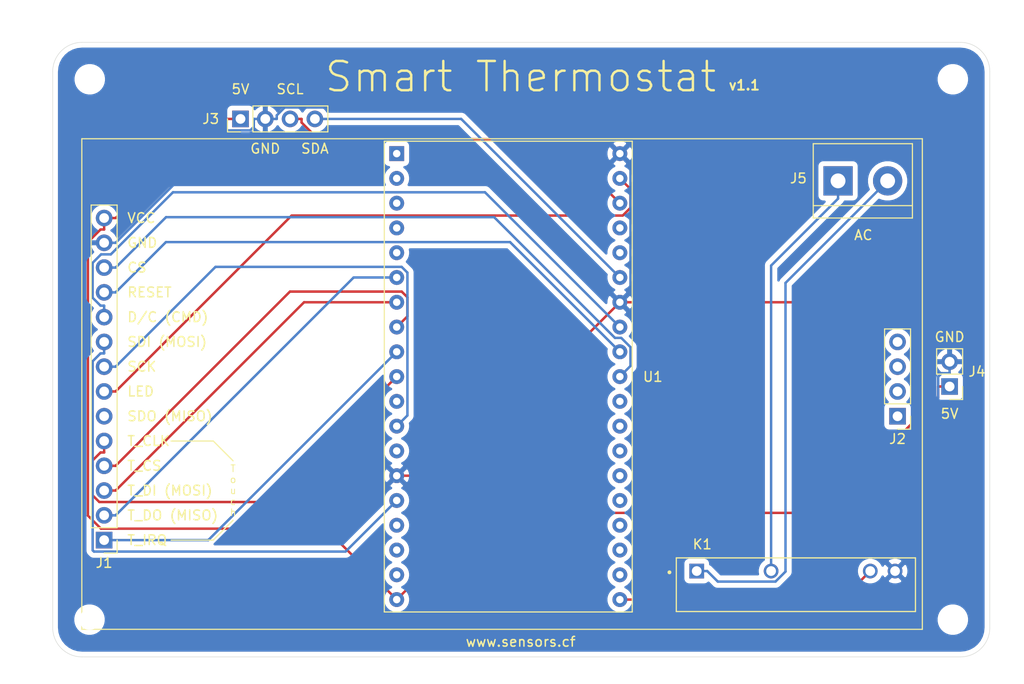
<source format=kicad_pcb>
(kicad_pcb (version 20171130) (host pcbnew 5.1.4+dfsg1-1)

  (general
    (thickness 1.6)
    (drawings 41)
    (tracks 118)
    (zones 0)
    (modules 11)
    (nets 44)
  )

  (page A4)
  (layers
    (0 F.Cu signal)
    (31 B.Cu mixed)
    (33 F.Adhes user)
    (35 F.Paste user)
    (37 F.SilkS user)
    (39 F.Mask user)
    (40 Dwgs.User user)
    (41 Cmts.User user)
    (42 Eco1.User user)
    (43 Eco2.User user)
    (44 Edge.Cuts user)
    (45 Margin user)
    (46 B.CrtYd user)
    (47 F.CrtYd user)
    (49 F.Fab user hide)
  )

  (setup
    (last_trace_width 0.25)
    (trace_clearance 0.2)
    (zone_clearance 0.508)
    (zone_45_only no)
    (trace_min 0.2)
    (via_size 0.8)
    (via_drill 0.4)
    (via_min_size 0.4)
    (via_min_drill 0.3)
    (uvia_size 0.3)
    (uvia_drill 0.1)
    (uvias_allowed no)
    (uvia_min_size 0.2)
    (uvia_min_drill 0.1)
    (edge_width 0.05)
    (segment_width 0.2)
    (pcb_text_width 0.3)
    (pcb_text_size 1.5 1.5)
    (mod_edge_width 0.12)
    (mod_text_size 1 1)
    (mod_text_width 0.15)
    (pad_size 1.524 1.524)
    (pad_drill 0.762)
    (pad_to_mask_clearance 0.051)
    (solder_mask_min_width 0.25)
    (aux_axis_origin 0 0)
    (visible_elements FFFFFF7F)
    (pcbplotparams
      (layerselection 0x010f0_ffffffff)
      (usegerberextensions false)
      (usegerberattributes false)
      (usegerberadvancedattributes false)
      (creategerberjobfile false)
      (excludeedgelayer true)
      (linewidth 0.100000)
      (plotframeref false)
      (viasonmask false)
      (mode 1)
      (useauxorigin false)
      (hpglpennumber 1)
      (hpglpenspeed 20)
      (hpglpendiameter 15.000000)
      (psnegative false)
      (psa4output false)
      (plotreference true)
      (plotvalue true)
      (plotinvisibletext false)
      (padsonsilk false)
      (subtractmaskfromsilk false)
      (outputformat 1)
      (mirror false)
      (drillshape 0)
      (scaleselection 1)
      (outputdirectory "Gerbers/"))
  )

  (net 0 "")
  (net 1 "Net-(J1-Pad1)")
  (net 2 "Net-(J1-Pad2)")
  (net 3 "Net-(J1-Pad3)")
  (net 4 "Net-(J1-Pad4)")
  (net 5 "Net-(J1-Pad5)")
  (net 6 "Net-(J1-Pad6)")
  (net 7 "Net-(J1-Pad7)")
  (net 8 "Net-(J1-Pad8)")
  (net 9 "Net-(J1-Pad9)")
  (net 10 "Net-(J1-Pad10)")
  (net 11 "Net-(J1-Pad11)")
  (net 12 "Net-(J1-Pad12)")
  (net 13 GND)
  (net 14 +5V)
  (net 15 "Net-(J2-Pad1)")
  (net 16 "Net-(J2-Pad2)")
  (net 17 "Net-(J2-Pad3)")
  (net 18 "Net-(J2-Pad4)")
  (net 19 "Net-(J3-Pad4)")
  (net 20 "Net-(J3-Pad3)")
  (net 21 "Net-(J5-Pad1)")
  (net 22 "Net-(J5-Pad2)")
  (net 23 "Net-(K1-Pad3)")
  (net 24 "Net-(U1-Pad1)")
  (net 25 "Net-(U1-Pad2)")
  (net 26 "Net-(U1-Pad3)")
  (net 27 "Net-(U1-Pad4)")
  (net 28 "Net-(U1-Pad5)")
  (net 29 "Net-(U1-Pad11)")
  (net 30 "Net-(U1-Pad13)")
  (net 31 "Net-(U1-Pad16)")
  (net 32 "Net-(U1-Pad17)")
  (net 33 "Net-(U1-Pad18)")
  (net 34 "Net-(U1-Pad21)")
  (net 35 "Net-(U1-Pad22)")
  (net 36 "Net-(U1-Pad23)")
  (net 37 "Net-(U1-Pad24)")
  (net 38 "Net-(U1-Pad25)")
  (net 39 "Net-(U1-Pad26)")
  (net 40 "Net-(U1-Pad27)")
  (net 41 "Net-(U1-Pad28)")
  (net 42 "Net-(U1-Pad34)")
  (net 43 "Net-(U1-Pad35)")

  (net_class Default "This is the default net class."
    (clearance 0.2)
    (trace_width 0.25)
    (via_dia 0.8)
    (via_drill 0.4)
    (uvia_dia 0.3)
    (uvia_drill 0.1)
    (add_net +5V)
    (add_net GND)
    (add_net "Net-(J1-Pad1)")
    (add_net "Net-(J1-Pad10)")
    (add_net "Net-(J1-Pad11)")
    (add_net "Net-(J1-Pad12)")
    (add_net "Net-(J1-Pad2)")
    (add_net "Net-(J1-Pad3)")
    (add_net "Net-(J1-Pad4)")
    (add_net "Net-(J1-Pad5)")
    (add_net "Net-(J1-Pad6)")
    (add_net "Net-(J1-Pad7)")
    (add_net "Net-(J1-Pad8)")
    (add_net "Net-(J1-Pad9)")
    (add_net "Net-(J2-Pad1)")
    (add_net "Net-(J2-Pad2)")
    (add_net "Net-(J2-Pad3)")
    (add_net "Net-(J2-Pad4)")
    (add_net "Net-(J3-Pad3)")
    (add_net "Net-(J3-Pad4)")
    (add_net "Net-(J5-Pad1)")
    (add_net "Net-(J5-Pad2)")
    (add_net "Net-(K1-Pad3)")
    (add_net "Net-(U1-Pad1)")
    (add_net "Net-(U1-Pad11)")
    (add_net "Net-(U1-Pad13)")
    (add_net "Net-(U1-Pad16)")
    (add_net "Net-(U1-Pad17)")
    (add_net "Net-(U1-Pad18)")
    (add_net "Net-(U1-Pad2)")
    (add_net "Net-(U1-Pad21)")
    (add_net "Net-(U1-Pad22)")
    (add_net "Net-(U1-Pad23)")
    (add_net "Net-(U1-Pad24)")
    (add_net "Net-(U1-Pad25)")
    (add_net "Net-(U1-Pad26)")
    (add_net "Net-(U1-Pad27)")
    (add_net "Net-(U1-Pad28)")
    (add_net "Net-(U1-Pad3)")
    (add_net "Net-(U1-Pad34)")
    (add_net "Net-(U1-Pad35)")
    (add_net "Net-(U1-Pad4)")
    (add_net "Net-(U1-Pad5)")
  )

  (module MountingHole:MountingHole_2.1mm (layer F.Cu) (tedit 5B924765) (tstamp 5E2797CD)
    (at 110.7694 105.1814)
    (descr "Mounting Hole 2.1mm, no annular")
    (tags "mounting hole 2.1mm no annular")
    (attr virtual)
    (fp_text reference REF** (at 0 -3.2) (layer F.SilkS) hide
      (effects (font (size 1 1) (thickness 0.15)))
    )
    (fp_text value MountingHole_2.1mm (at 0 3.2) (layer F.Fab)
      (effects (font (size 1 1) (thickness 0.15)))
    )
    (fp_text user %R (at 0.3 0) (layer F.Fab)
      (effects (font (size 1 1) (thickness 0.15)))
    )
    (fp_circle (center 0 0) (end 2.1 0) (layer Cmts.User) (width 0.15))
    (fp_circle (center 0 0) (end 2.35 0) (layer F.CrtYd) (width 0.05))
    (pad "" np_thru_hole circle (at 0 0) (size 2.1 2.1) (drill 2.1) (layers *.Cu *.Mask))
  )

  (module MountingHole:MountingHole_2.1mm (layer F.Cu) (tedit 5B924765) (tstamp 5E279760)
    (at 199.2122 105.1814)
    (descr "Mounting Hole 2.1mm, no annular")
    (tags "mounting hole 2.1mm no annular")
    (attr virtual)
    (fp_text reference REF** (at 0 -3.2) (layer F.SilkS) hide
      (effects (font (size 1 1) (thickness 0.15)))
    )
    (fp_text value MountingHole_2.1mm (at 0 3.2) (layer F.Fab)
      (effects (font (size 1 1) (thickness 0.15)))
    )
    (fp_circle (center 0 0) (end 2.35 0) (layer F.CrtYd) (width 0.05))
    (fp_circle (center 0 0) (end 2.1 0) (layer Cmts.User) (width 0.15))
    (fp_text user %R (at 0.3 0) (layer F.Fab)
      (effects (font (size 1 1) (thickness 0.15)))
    )
    (pad "" np_thru_hole circle (at 0 0) (size 2.1 2.1) (drill 2.1) (layers *.Cu *.Mask))
  )

  (module MountingHole:MountingHole_2.1mm (layer F.Cu) (tedit 5B924765) (tstamp 5E279793)
    (at 199.2122 49.784)
    (descr "Mounting Hole 2.1mm, no annular")
    (tags "mounting hole 2.1mm no annular")
    (attr virtual)
    (fp_text reference REF** (at 0 -3.2) (layer F.SilkS) hide
      (effects (font (size 1 1) (thickness 0.15)))
    )
    (fp_text value MountingHole_2.1mm (at 0 3.2) (layer F.Fab)
      (effects (font (size 1 1) (thickness 0.15)))
    )
    (fp_text user %R (at 0.3 0) (layer F.Fab)
      (effects (font (size 1 1) (thickness 0.15)))
    )
    (fp_circle (center 0 0) (end 2.1 0) (layer Cmts.User) (width 0.15))
    (fp_circle (center 0 0) (end 2.35 0) (layer F.CrtYd) (width 0.05))
    (pad "" np_thru_hole circle (at 0 0) (size 2.1 2.1) (drill 2.1) (layers *.Cu *.Mask))
  )

  (module MountingHole:MountingHole_2.1mm (layer F.Cu) (tedit 5B924765) (tstamp 5E2797B7)
    (at 110.7948 49.784)
    (descr "Mounting Hole 2.1mm, no annular")
    (tags "mounting hole 2.1mm no annular")
    (attr virtual)
    (fp_text reference REF** (at 0 -3.2) (layer F.SilkS) hide
      (effects (font (size 1 1) (thickness 0.15)))
    )
    (fp_text value MountingHole_2.1mm (at 0 3.2) (layer F.Fab)
      (effects (font (size 1 1) (thickness 0.15)))
    )
    (fp_circle (center 0 0) (end 2.35 0) (layer F.CrtYd) (width 0.05))
    (fp_circle (center 0 0) (end 2.1 0) (layer Cmts.User) (width 0.15))
    (fp_text user %R (at 0.3 0) (layer F.Fab)
      (effects (font (size 1 1) (thickness 0.15)))
    )
    (pad "" np_thru_hole circle (at 0 0) (size 2.1 2.1) (drill 2.1) (layers *.Cu *.Mask))
  )

  (module G3MB202PDC12:RELAY_G3MB202PDC12 (layer F.Cu) (tedit 5E234C3F) (tstamp 5E248231)
    (at 183.134 101.6)
    (path /5E238229)
    (fp_text reference K1 (at -9.588675 -4.140905) (layer F.SilkS)
      (effects (font (size 1 1) (thickness 0.15)))
    )
    (fp_text value G3MB202PDC12 (at -1.32408 4.12759) (layer F.Fab) hide
      (effects (font (size 1.003055 1.003055) (thickness 0.015)))
    )
    (fp_circle (center -11.43 -1.27) (end -11.33 -1.27) (layer F.Fab) (width 0.2))
    (fp_line (start 12.25 2.75) (end 12.25 -2.75) (layer F.Fab) (width 0.127))
    (fp_line (start -12.25 2.75) (end 12.25 2.75) (layer F.Fab) (width 0.127))
    (fp_line (start -12.25 -2.75) (end -12.25 2.75) (layer F.Fab) (width 0.127))
    (fp_line (start 12.25 -2.75) (end -12.25 -2.75) (layer F.Fab) (width 0.127))
    (fp_circle (center -12.954 -1.27) (end -12.854 -1.27) (layer F.SilkS) (width 0.2))
    (fp_line (start 12.5 -3) (end 12.5 3) (layer F.CrtYd) (width 0.05))
    (fp_line (start -12.5 -3) (end 12.5 -3) (layer F.CrtYd) (width 0.05))
    (fp_line (start -12.5 3) (end -12.5 -3) (layer F.CrtYd) (width 0.05))
    (fp_line (start 12.5 3) (end -12.5 3) (layer F.CrtYd) (width 0.05))
    (fp_line (start 12.25 2.75) (end 12.25 -2.75) (layer F.SilkS) (width 0.127))
    (fp_line (start -12.25 2.75) (end 12.25 2.75) (layer F.SilkS) (width 0.127))
    (fp_line (start -12.25 -2.75) (end -12.25 2.75) (layer F.SilkS) (width 0.127))
    (fp_line (start 12.25 -2.75) (end -12.25 -2.75) (layer F.SilkS) (width 0.127))
    (pad 1 thru_hole rect (at -10.16 -1.4) (size 1.508 1.508) (drill 1) (layers *.Cu *.Mask)
      (net 22 "Net-(J5-Pad2)"))
    (pad 2 thru_hole circle (at -2.54 -1.4) (size 1.508 1.508) (drill 1) (layers *.Cu *.Mask)
      (net 21 "Net-(J5-Pad1)"))
    (pad 3 thru_hole circle (at 7.62 -1.4) (size 1.508 1.508) (drill 1) (layers *.Cu *.Mask)
      (net 23 "Net-(K1-Pad3)"))
    (pad 4 thru_hole circle (at 10.16 -1.4) (size 1.508 1.508) (drill 1) (layers *.Cu *.Mask)
      (net 13 GND))
  )

  (module My_Libraries:ESP32_Keeyes_38_Pins (layer F.Cu) (tedit 5E261878) (tstamp 5E248872)
    (at 153.67 80.264)
    (path /5E214C6A)
    (fp_text reference U1 (at 14.8082 0.0254 180) (layer F.SilkS)
      (effects (font (size 1 1) (thickness 0.15)))
    )
    (fp_text value esp32_38_pins (at 0.22536 25.246535 180) (layer F.Fab)
      (effects (font (size 1.001047 1.001047) (thickness 0.015)))
    )
    (fp_line (start -12.7 24.13) (end -12.7 -24.13) (layer F.SilkS) (width 0.12))
    (fp_line (start 12.7 24.13) (end -12.7 24.13) (layer F.SilkS) (width 0.12))
    (fp_line (start 12.7 -24.13) (end 12.7 24.13) (layer F.SilkS) (width 0.12))
    (fp_line (start -12.7 -24.13) (end 12.7 -24.13) (layer F.SilkS) (width 0.12))
    (pad 38 thru_hole circle (at 11.43 -22.86) (size 1.524 1.524) (drill 0.762) (layers *.Cu *.Mask)
      (net 13 GND))
    (pad 37 thru_hole circle (at 11.43 -20.32) (size 1.524 1.524) (drill 0.762) (layers *.Cu *.Mask)
      (net 7 "Net-(J1-Pad7)"))
    (pad 36 thru_hole circle (at 11.43 -17.78) (size 1.524 1.524) (drill 0.762) (layers *.Cu *.Mask)
      (net 20 "Net-(J3-Pad3)"))
    (pad 35 thru_hole circle (at 11.43 -15.24) (size 1.524 1.524) (drill 0.762) (layers *.Cu *.Mask)
      (net 43 "Net-(U1-Pad35)"))
    (pad 34 thru_hole circle (at 11.43 -12.7) (size 1.524 1.524) (drill 0.762) (layers *.Cu *.Mask)
      (net 42 "Net-(U1-Pad34)"))
    (pad 33 thru_hole circle (at 11.43 -10.16) (size 1.524 1.524) (drill 0.762) (layers *.Cu *.Mask)
      (net 19 "Net-(J3-Pad4)"))
    (pad 32 thru_hole circle (at 11.43 -7.62) (size 1.524 1.524) (drill 0.762) (layers *.Cu *.Mask)
      (net 13 GND))
    (pad 31 thru_hole circle (at 11.43 -5.08) (size 1.524 1.524) (drill 0.762) (layers *.Cu *.Mask)
      (net 10 "Net-(J1-Pad10)"))
    (pad 30 thru_hole circle (at 11.43 -2.54) (size 1.524 1.524) (drill 0.762) (layers *.Cu *.Mask)
      (net 11 "Net-(J1-Pad11)"))
    (pad 29 thru_hole circle (at 11.43 0) (size 1.524 1.524) (drill 0.762) (layers *.Cu *.Mask)
      (net 12 "Net-(J1-Pad12)"))
    (pad 28 thru_hole circle (at 11.43 2.54) (size 1.524 1.524) (drill 0.762) (layers *.Cu *.Mask)
      (net 41 "Net-(U1-Pad28)"))
    (pad 27 thru_hole circle (at 11.43 5.08) (size 1.524 1.524) (drill 0.762) (layers *.Cu *.Mask)
      (net 40 "Net-(U1-Pad27)"))
    (pad 26 thru_hole circle (at 11.43 7.62) (size 1.524 1.524) (drill 0.762) (layers *.Cu *.Mask)
      (net 39 "Net-(U1-Pad26)"))
    (pad 25 thru_hole circle (at 11.43 10.16) (size 1.524 1.524) (drill 0.762) (layers *.Cu *.Mask)
      (net 38 "Net-(U1-Pad25)"))
    (pad 24 thru_hole circle (at 11.43 12.7) (size 1.524 1.524) (drill 0.762) (layers *.Cu *.Mask)
      (net 37 "Net-(U1-Pad24)"))
    (pad 23 thru_hole circle (at 11.43 15.24) (size 1.524 1.524) (drill 0.762) (layers *.Cu *.Mask)
      (net 36 "Net-(U1-Pad23)"))
    (pad 22 thru_hole circle (at 11.43 17.78) (size 1.524 1.524) (drill 0.762) (layers *.Cu *.Mask)
      (net 35 "Net-(U1-Pad22)"))
    (pad 21 thru_hole circle (at 11.43 20.32) (size 1.524 1.524) (drill 0.762) (layers *.Cu *.Mask)
      (net 34 "Net-(U1-Pad21)"))
    (pad 20 thru_hole circle (at 11.43 22.86) (size 1.524 1.524) (drill 0.762) (layers *.Cu *.Mask)
      (net 23 "Net-(K1-Pad3)"))
    (pad 19 thru_hole circle (at -11.43 22.86) (size 1.524 1.524) (drill 0.762) (layers *.Cu *.Mask)
      (net 14 +5V))
    (pad 18 thru_hole circle (at -11.43 20.32) (size 1.524 1.524) (drill 0.762) (layers *.Cu *.Mask)
      (net 33 "Net-(U1-Pad18)"))
    (pad 17 thru_hole circle (at -11.43 17.78) (size 1.524 1.524) (drill 0.762) (layers *.Cu *.Mask)
      (net 32 "Net-(U1-Pad17)"))
    (pad 16 thru_hole circle (at -11.43 15.24) (size 1.524 1.524) (drill 0.762) (layers *.Cu *.Mask)
      (net 31 "Net-(U1-Pad16)"))
    (pad 15 thru_hole circle (at -11.43 12.7) (size 1.524 1.524) (drill 0.762) (layers *.Cu *.Mask)
      (net 9 "Net-(J1-Pad9)"))
    (pad 14 thru_hole circle (at -11.43 10.16) (size 1.524 1.524) (drill 0.762) (layers *.Cu *.Mask)
      (net 13 GND))
    (pad 13 thru_hole circle (at -11.43 7.62) (size 1.524 1.524) (drill 0.762) (layers *.Cu *.Mask)
      (net 30 "Net-(U1-Pad13)"))
    (pad 12 thru_hole circle (at -11.43 5.08) (size 1.524 1.524) (drill 0.762) (layers *.Cu *.Mask)
      (net 8 "Net-(J1-Pad8)"))
    (pad 11 thru_hole circle (at -11.43 2.54) (size 1.524 1.524) (drill 0.762) (layers *.Cu *.Mask)
      (net 29 "Net-(U1-Pad11)"))
    (pad 10 thru_hole circle (at -11.43 0) (size 1.524 1.524) (drill 0.762) (layers *.Cu *.Mask)
      (net 5 "Net-(J1-Pad5)"))
    (pad 9 thru_hole circle (at -11.43 -2.54) (size 1.524 1.524) (drill 0.762) (layers *.Cu *.Mask)
      (net 1 "Net-(J1-Pad1)"))
    (pad 8 thru_hole circle (at -11.43 -5.08) (size 1.524 1.524) (drill 0.762) (layers *.Cu *.Mask)
      (net 4 "Net-(J1-Pad4)"))
    (pad 7 thru_hole circle (at -11.43 -7.62) (size 1.524 1.524) (drill 0.762) (layers *.Cu *.Mask)
      (net 3 "Net-(J1-Pad3)"))
    (pad 6 thru_hole circle (at -11.43 -10.16) (size 1.524 1.524) (drill 0.762) (layers *.Cu *.Mask)
      (net 2 "Net-(J1-Pad2)"))
    (pad 5 thru_hole circle (at -11.43 -12.7) (size 1.524 1.524) (drill 0.762) (layers *.Cu *.Mask)
      (net 28 "Net-(U1-Pad5)"))
    (pad 4 thru_hole circle (at -11.43 -15.24) (size 1.524 1.524) (drill 0.762) (layers *.Cu *.Mask)
      (net 27 "Net-(U1-Pad4)"))
    (pad 3 thru_hole circle (at -11.43 -17.78) (size 1.524 1.524) (drill 0.762) (layers *.Cu *.Mask)
      (net 26 "Net-(U1-Pad3)"))
    (pad 2 thru_hole circle (at -11.43 -20.32) (size 1.524 1.524) (drill 0.762) (layers *.Cu *.Mask)
      (net 25 "Net-(U1-Pad2)"))
    (pad 1 thru_hole rect (at -11.43 -22.86) (size 1.524 1.524) (drill 0.762) (layers *.Cu *.Mask)
      (net 24 "Net-(U1-Pad1)"))
  )

  (module Connector_PinHeader_2.54mm:PinHeader_1x14_P2.54mm_Vertical (layer F.Cu) (tedit 59FED5CC) (tstamp 5E2481C0)
    (at 112.268 97.028 180)
    (descr "Through hole straight pin header, 1x14, 2.54mm pitch, single row")
    (tags "Through hole pin header THT 1x14 2.54mm single row")
    (path /5E23252C)
    (fp_text reference J1 (at 0 -2.33) (layer F.SilkS)
      (effects (font (size 1 1) (thickness 0.15)))
    )
    (fp_text value Conn_01x14 (at 0 35.35) (layer F.Fab)
      (effects (font (size 1 1) (thickness 0.15)))
    )
    (fp_text user %R (at 0 16.51 90) (layer F.Fab)
      (effects (font (size 1 1) (thickness 0.15)))
    )
    (fp_line (start 1.8 -1.8) (end -1.8 -1.8) (layer F.CrtYd) (width 0.05))
    (fp_line (start 1.8 34.8) (end 1.8 -1.8) (layer F.CrtYd) (width 0.05))
    (fp_line (start -1.8 34.8) (end 1.8 34.8) (layer F.CrtYd) (width 0.05))
    (fp_line (start -1.8 -1.8) (end -1.8 34.8) (layer F.CrtYd) (width 0.05))
    (fp_line (start -1.33 -1.33) (end 0 -1.33) (layer F.SilkS) (width 0.12))
    (fp_line (start -1.33 0) (end -1.33 -1.33) (layer F.SilkS) (width 0.12))
    (fp_line (start -1.33 1.27) (end 1.33 1.27) (layer F.SilkS) (width 0.12))
    (fp_line (start 1.33 1.27) (end 1.33 34.35) (layer F.SilkS) (width 0.12))
    (fp_line (start -1.33 1.27) (end -1.33 34.35) (layer F.SilkS) (width 0.12))
    (fp_line (start -1.33 34.35) (end 1.33 34.35) (layer F.SilkS) (width 0.12))
    (fp_line (start -1.27 -0.635) (end -0.635 -1.27) (layer F.Fab) (width 0.1))
    (fp_line (start -1.27 34.29) (end -1.27 -0.635) (layer F.Fab) (width 0.1))
    (fp_line (start 1.27 34.29) (end -1.27 34.29) (layer F.Fab) (width 0.1))
    (fp_line (start 1.27 -1.27) (end 1.27 34.29) (layer F.Fab) (width 0.1))
    (fp_line (start -0.635 -1.27) (end 1.27 -1.27) (layer F.Fab) (width 0.1))
    (pad 14 thru_hole oval (at 0 33.02 180) (size 1.7 1.7) (drill 1) (layers *.Cu *.Mask)
      (net 14 +5V))
    (pad 13 thru_hole oval (at 0 30.48 180) (size 1.7 1.7) (drill 1) (layers *.Cu *.Mask)
      (net 13 GND))
    (pad 12 thru_hole oval (at 0 27.94 180) (size 1.7 1.7) (drill 1) (layers *.Cu *.Mask)
      (net 12 "Net-(J1-Pad12)"))
    (pad 11 thru_hole oval (at 0 25.4 180) (size 1.7 1.7) (drill 1) (layers *.Cu *.Mask)
      (net 11 "Net-(J1-Pad11)"))
    (pad 10 thru_hole oval (at 0 22.86 180) (size 1.7 1.7) (drill 1) (layers *.Cu *.Mask)
      (net 10 "Net-(J1-Pad10)"))
    (pad 9 thru_hole oval (at 0 20.32 180) (size 1.7 1.7) (drill 1) (layers *.Cu *.Mask)
      (net 9 "Net-(J1-Pad9)"))
    (pad 8 thru_hole oval (at 0 17.78 180) (size 1.7 1.7) (drill 1) (layers *.Cu *.Mask)
      (net 8 "Net-(J1-Pad8)"))
    (pad 7 thru_hole oval (at 0 15.24 180) (size 1.7 1.7) (drill 1) (layers *.Cu *.Mask)
      (net 7 "Net-(J1-Pad7)"))
    (pad 6 thru_hole oval (at 0 12.7 180) (size 1.7 1.7) (drill 1) (layers *.Cu *.Mask)
      (net 6 "Net-(J1-Pad6)"))
    (pad 5 thru_hole oval (at 0 10.16 180) (size 1.7 1.7) (drill 1) (layers *.Cu *.Mask)
      (net 5 "Net-(J1-Pad5)"))
    (pad 4 thru_hole oval (at 0 7.62 180) (size 1.7 1.7) (drill 1) (layers *.Cu *.Mask)
      (net 4 "Net-(J1-Pad4)"))
    (pad 3 thru_hole oval (at 0 5.08 180) (size 1.7 1.7) (drill 1) (layers *.Cu *.Mask)
      (net 3 "Net-(J1-Pad3)"))
    (pad 2 thru_hole oval (at 0 2.54 180) (size 1.7 1.7) (drill 1) (layers *.Cu *.Mask)
      (net 2 "Net-(J1-Pad2)"))
    (pad 1 thru_hole rect (at 0 0 180) (size 1.7 1.7) (drill 1) (layers *.Cu *.Mask)
      (net 1 "Net-(J1-Pad1)"))
    (model ${KISYS3DMOD}/Connector_PinHeader_2.54mm.3dshapes/PinHeader_1x14_P2.54mm_Vertical.wrl
      (at (xyz 0 0 0))
      (scale (xyz 1 1 1))
      (rotate (xyz 0 0 0))
    )
  )

  (module Connector_PinHeader_2.54mm:PinHeader_1x04_P2.54mm_Vertical (layer F.Cu) (tedit 59FED5CC) (tstamp 5E248729)
    (at 193.548 84.328 180)
    (descr "Through hole straight pin header, 1x04, 2.54mm pitch, single row")
    (tags "Through hole pin header THT 1x04 2.54mm single row")
    (path /5E2331BD)
    (fp_text reference J2 (at 0 -2.33) (layer F.SilkS)
      (effects (font (size 1 1) (thickness 0.15)))
    )
    (fp_text value Conn_01x04 (at 0 9.95) (layer F.Fab)
      (effects (font (size 1 1) (thickness 0.15)))
    )
    (fp_text user %R (at 0 3.81 90) (layer F.Fab)
      (effects (font (size 1 1) (thickness 0.15)))
    )
    (fp_line (start 1.8 -1.8) (end -1.8 -1.8) (layer F.CrtYd) (width 0.05))
    (fp_line (start 1.8 9.4) (end 1.8 -1.8) (layer F.CrtYd) (width 0.05))
    (fp_line (start -1.8 9.4) (end 1.8 9.4) (layer F.CrtYd) (width 0.05))
    (fp_line (start -1.8 -1.8) (end -1.8 9.4) (layer F.CrtYd) (width 0.05))
    (fp_line (start -1.33 -1.33) (end 0 -1.33) (layer F.SilkS) (width 0.12))
    (fp_line (start -1.33 0) (end -1.33 -1.33) (layer F.SilkS) (width 0.12))
    (fp_line (start -1.33 1.27) (end 1.33 1.27) (layer F.SilkS) (width 0.12))
    (fp_line (start 1.33 1.27) (end 1.33 8.95) (layer F.SilkS) (width 0.12))
    (fp_line (start -1.33 1.27) (end -1.33 8.95) (layer F.SilkS) (width 0.12))
    (fp_line (start -1.33 8.95) (end 1.33 8.95) (layer F.SilkS) (width 0.12))
    (fp_line (start -1.27 -0.635) (end -0.635 -1.27) (layer F.Fab) (width 0.1))
    (fp_line (start -1.27 8.89) (end -1.27 -0.635) (layer F.Fab) (width 0.1))
    (fp_line (start 1.27 8.89) (end -1.27 8.89) (layer F.Fab) (width 0.1))
    (fp_line (start 1.27 -1.27) (end 1.27 8.89) (layer F.Fab) (width 0.1))
    (fp_line (start -0.635 -1.27) (end 1.27 -1.27) (layer F.Fab) (width 0.1))
    (pad 4 thru_hole oval (at 0 7.62 180) (size 1.7 1.7) (drill 1) (layers *.Cu *.Mask)
      (net 18 "Net-(J2-Pad4)"))
    (pad 3 thru_hole oval (at 0 5.08 180) (size 1.7 1.7) (drill 1) (layers *.Cu *.Mask)
      (net 17 "Net-(J2-Pad3)"))
    (pad 2 thru_hole oval (at 0 2.54 180) (size 1.7 1.7) (drill 1) (layers *.Cu *.Mask)
      (net 16 "Net-(J2-Pad2)"))
    (pad 1 thru_hole rect (at 0 0 180) (size 1.7 1.7) (drill 1) (layers *.Cu *.Mask)
      (net 15 "Net-(J2-Pad1)"))
    (model ${KISYS3DMOD}/Connector_PinHeader_2.54mm.3dshapes/PinHeader_1x04_P2.54mm_Vertical.wrl
      (at (xyz 0 0 0))
      (scale (xyz 1 1 1))
      (rotate (xyz 0 0 0))
    )
  )

  (module Connector_PinHeader_2.54mm:PinHeader_1x04_P2.54mm_Vertical (layer F.Cu) (tedit 59FED5CC) (tstamp 5E2481F0)
    (at 126.238 53.848 90)
    (descr "Through hole straight pin header, 1x04, 2.54mm pitch, single row")
    (tags "Through hole pin header THT 1x04 2.54mm single row")
    (path /5E241456)
    (fp_text reference J3 (at 0 -3.048 180) (layer F.SilkS)
      (effects (font (size 1 1) (thickness 0.15)))
    )
    (fp_text value Conn_01x04 (at 0 9.95 90) (layer F.Fab)
      (effects (font (size 1 1) (thickness 0.15)))
    )
    (fp_text user %R (at 0 3.81) (layer F.Fab)
      (effects (font (size 1 1) (thickness 0.15)))
    )
    (fp_line (start 1.8 -1.8) (end -1.8 -1.8) (layer F.CrtYd) (width 0.05))
    (fp_line (start 1.8 9.4) (end 1.8 -1.8) (layer F.CrtYd) (width 0.05))
    (fp_line (start -1.8 9.4) (end 1.8 9.4) (layer F.CrtYd) (width 0.05))
    (fp_line (start -1.8 -1.8) (end -1.8 9.4) (layer F.CrtYd) (width 0.05))
    (fp_line (start -1.33 -1.33) (end 0 -1.33) (layer F.SilkS) (width 0.12))
    (fp_line (start -1.33 0) (end -1.33 -1.33) (layer F.SilkS) (width 0.12))
    (fp_line (start -1.33 1.27) (end 1.33 1.27) (layer F.SilkS) (width 0.12))
    (fp_line (start 1.33 1.27) (end 1.33 8.95) (layer F.SilkS) (width 0.12))
    (fp_line (start -1.33 1.27) (end -1.33 8.95) (layer F.SilkS) (width 0.12))
    (fp_line (start -1.33 8.95) (end 1.33 8.95) (layer F.SilkS) (width 0.12))
    (fp_line (start -1.27 -0.635) (end -0.635 -1.27) (layer F.Fab) (width 0.1))
    (fp_line (start -1.27 8.89) (end -1.27 -0.635) (layer F.Fab) (width 0.1))
    (fp_line (start 1.27 8.89) (end -1.27 8.89) (layer F.Fab) (width 0.1))
    (fp_line (start 1.27 -1.27) (end 1.27 8.89) (layer F.Fab) (width 0.1))
    (fp_line (start -0.635 -1.27) (end 1.27 -1.27) (layer F.Fab) (width 0.1))
    (pad 4 thru_hole oval (at 0 7.62 90) (size 1.7 1.7) (drill 1) (layers *.Cu *.Mask)
      (net 19 "Net-(J3-Pad4)"))
    (pad 3 thru_hole oval (at 0 5.08 90) (size 1.7 1.7) (drill 1) (layers *.Cu *.Mask)
      (net 20 "Net-(J3-Pad3)"))
    (pad 2 thru_hole oval (at 0 2.54 90) (size 1.7 1.7) (drill 1) (layers *.Cu *.Mask)
      (net 13 GND))
    (pad 1 thru_hole rect (at 0 0 90) (size 1.7 1.7) (drill 1) (layers *.Cu *.Mask)
      (net 14 +5V))
    (model ${KISYS3DMOD}/Connector_PinHeader_2.54mm.3dshapes/PinHeader_1x04_P2.54mm_Vertical.wrl
      (at (xyz 0 0 0))
      (scale (xyz 1 1 1))
      (rotate (xyz 0 0 0))
    )
  )

  (module Connector_PinHeader_2.54mm:PinHeader_1x02_P2.54mm_Vertical (layer F.Cu) (tedit 59FED5CC) (tstamp 5E248BD6)
    (at 198.882 81.28 180)
    (descr "Through hole straight pin header, 1x02, 2.54mm pitch, single row")
    (tags "Through hole pin header THT 1x02 2.54mm single row")
    (path /5E250239)
    (fp_text reference J4 (at -2.794 1.524 180) (layer F.SilkS)
      (effects (font (size 1 1) (thickness 0.15)))
    )
    (fp_text value Conn_01x02 (at 0 4.87) (layer F.Fab)
      (effects (font (size 1 1) (thickness 0.15)))
    )
    (fp_text user %R (at 0 1.27 90) (layer F.Fab)
      (effects (font (size 1 1) (thickness 0.15)))
    )
    (fp_line (start 1.8 -1.8) (end -1.8 -1.8) (layer F.CrtYd) (width 0.05))
    (fp_line (start 1.8 4.35) (end 1.8 -1.8) (layer F.CrtYd) (width 0.05))
    (fp_line (start -1.8 4.35) (end 1.8 4.35) (layer F.CrtYd) (width 0.05))
    (fp_line (start -1.8 -1.8) (end -1.8 4.35) (layer F.CrtYd) (width 0.05))
    (fp_line (start -1.33 -1.33) (end 0 -1.33) (layer F.SilkS) (width 0.12))
    (fp_line (start -1.33 0) (end -1.33 -1.33) (layer F.SilkS) (width 0.12))
    (fp_line (start -1.33 1.27) (end 1.33 1.27) (layer F.SilkS) (width 0.12))
    (fp_line (start 1.33 1.27) (end 1.33 3.87) (layer F.SilkS) (width 0.12))
    (fp_line (start -1.33 1.27) (end -1.33 3.87) (layer F.SilkS) (width 0.12))
    (fp_line (start -1.33 3.87) (end 1.33 3.87) (layer F.SilkS) (width 0.12))
    (fp_line (start -1.27 -0.635) (end -0.635 -1.27) (layer F.Fab) (width 0.1))
    (fp_line (start -1.27 3.81) (end -1.27 -0.635) (layer F.Fab) (width 0.1))
    (fp_line (start 1.27 3.81) (end -1.27 3.81) (layer F.Fab) (width 0.1))
    (fp_line (start 1.27 -1.27) (end 1.27 3.81) (layer F.Fab) (width 0.1))
    (fp_line (start -0.635 -1.27) (end 1.27 -1.27) (layer F.Fab) (width 0.1))
    (pad 2 thru_hole oval (at 0 2.54 180) (size 1.7 1.7) (drill 1) (layers *.Cu *.Mask)
      (net 13 GND))
    (pad 1 thru_hole rect (at 0 0 180) (size 1.7 1.7) (drill 1) (layers *.Cu *.Mask)
      (net 14 +5V))
    (model ${KISYS3DMOD}/Connector_PinHeader_2.54mm.3dshapes/PinHeader_1x02_P2.54mm_Vertical.wrl
      (at (xyz 0 0 0))
      (scale (xyz 1 1 1))
      (rotate (xyz 0 0 0))
    )
  )

  (module TerminalBlock:TerminalBlock_bornier-2_P5.08mm (layer F.Cu) (tedit 59FF03AB) (tstamp 5E24821B)
    (at 187.452 60.198)
    (descr "simple 2-pin terminal block, pitch 5.08mm, revamped version of bornier2")
    (tags "terminal block bornier2")
    (path /5E283E92)
    (fp_text reference J5 (at -4.064 -0.254) (layer F.SilkS)
      (effects (font (size 1 1) (thickness 0.15)))
    )
    (fp_text value Screw_Terminal_01x02 (at 2.54 5.08) (layer F.Fab)
      (effects (font (size 1 1) (thickness 0.15)))
    )
    (fp_line (start 7.79 4) (end -2.71 4) (layer F.CrtYd) (width 0.05))
    (fp_line (start 7.79 4) (end 7.79 -4) (layer F.CrtYd) (width 0.05))
    (fp_line (start -2.71 -4) (end -2.71 4) (layer F.CrtYd) (width 0.05))
    (fp_line (start -2.71 -4) (end 7.79 -4) (layer F.CrtYd) (width 0.05))
    (fp_line (start -2.54 3.81) (end 7.62 3.81) (layer F.SilkS) (width 0.12))
    (fp_line (start -2.54 -3.81) (end -2.54 3.81) (layer F.SilkS) (width 0.12))
    (fp_line (start 7.62 -3.81) (end -2.54 -3.81) (layer F.SilkS) (width 0.12))
    (fp_line (start 7.62 3.81) (end 7.62 -3.81) (layer F.SilkS) (width 0.12))
    (fp_line (start 7.62 2.54) (end -2.54 2.54) (layer F.SilkS) (width 0.12))
    (fp_line (start 7.54 -3.75) (end -2.46 -3.75) (layer F.Fab) (width 0.1))
    (fp_line (start 7.54 3.75) (end 7.54 -3.75) (layer F.Fab) (width 0.1))
    (fp_line (start -2.46 3.75) (end 7.54 3.75) (layer F.Fab) (width 0.1))
    (fp_line (start -2.46 -3.75) (end -2.46 3.75) (layer F.Fab) (width 0.1))
    (fp_line (start -2.41 2.55) (end 7.49 2.55) (layer F.Fab) (width 0.1))
    (fp_text user %R (at 2.54 0) (layer F.Fab)
      (effects (font (size 1 1) (thickness 0.15)))
    )
    (pad 2 thru_hole circle (at 5.08 0) (size 3 3) (drill 1.52) (layers *.Cu *.Mask)
      (net 22 "Net-(J5-Pad2)"))
    (pad 1 thru_hole rect (at 0 0) (size 3 3) (drill 1.52) (layers *.Cu *.Mask)
      (net 21 "Net-(J5-Pad1)"))
    (model ${KISYS3DMOD}/TerminalBlock.3dshapes/TerminalBlock_bornier-2_P5.08mm.wrl
      (offset (xyz 2.539999961853027 0 0))
      (scale (xyz 1 1 1))
      (rotate (xyz 0 0 0))
    )
  )

  (gr_text v1.1 (at 177.8508 50.3936) (layer F.SilkS)
    (effects (font (size 1 1) (thickness 0.2)))
  )
  (gr_text www.sensors.cf (at 154.94 107.442) (layer F.SilkS)
    (effects (font (size 1 1) (thickness 0.15)))
  )
  (gr_line (start 123.444 97.028) (end 125.476 94.996) (layer F.SilkS) (width 0.12))
  (gr_line (start 119.126 97.028) (end 123.444 97.028) (layer F.SilkS) (width 0.12) (tstamp 5E267396))
  (gr_line (start 123.444 86.868) (end 125.476 88.9) (layer F.SilkS) (width 0.12))
  (gr_line (start 119.126 86.868) (end 123.444 86.868) (layer F.SilkS) (width 0.12))
  (gr_text "T\no\nu\nc\nh" (at 125.476 91.948) (layer F.SilkS)
    (effects (font (size 0.7 0.7) (thickness 0.1)))
  )
  (gr_line (start 200 46) (end 110 46) (layer Edge.Cuts) (width 0.05) (tstamp 5E266E10))
  (gr_line (start 203 106) (end 203 49) (layer Edge.Cuts) (width 0.05) (tstamp 5E266E0D))
  (gr_line (start 110 109) (end 200 109) (layer Edge.Cuts) (width 0.05) (tstamp 5E266E09))
  (gr_line (start 107 49) (end 107 106) (layer Edge.Cuts) (width 0.05) (tstamp 5E266E04))
  (gr_arc (start 200 106) (end 200 109) (angle -90) (layer Edge.Cuts) (width 0.05))
  (gr_arc (start 110 106) (end 107 106) (angle -90) (layer Edge.Cuts) (width 0.05))
  (gr_arc (start 110 49) (end 110 46) (angle -90) (layer Edge.Cuts) (width 0.05))
  (gr_arc (start 200 49) (end 203 49) (angle -90) (layer Edge.Cuts) (width 0.05))
  (gr_text VCC (at 114.554 64.008) (layer F.SilkS) (tstamp 5E24B3DA)
    (effects (font (size 1 1) (thickness 0.15)) (justify left))
  )
  (gr_text CS (at 114.554 69.088) (layer F.SilkS) (tstamp 5E24B3D9)
    (effects (font (size 1 1) (thickness 0.15)) (justify left))
  )
  (gr_text RESET (at 114.554 71.628) (layer F.SilkS) (tstamp 5E24B3D8)
    (effects (font (size 1 1) (thickness 0.15)) (justify left))
  )
  (gr_text GND (at 114.554 66.548) (layer F.SilkS) (tstamp 5E24B3D7)
    (effects (font (size 1 1) (thickness 0.15)) (justify left))
  )
  (gr_text SCK (at 114.554 79.248) (layer F.SilkS) (tstamp 5E24B3C3)
    (effects (font (size 1 1) (thickness 0.15)) (justify left))
  )
  (gr_text "SDI (MOSI)" (at 114.554 76.708) (layer F.SilkS) (tstamp 5E24B3C2)
    (effects (font (size 1 1) (thickness 0.15)) (justify left))
  )
  (gr_text LED (at 114.554 81.788) (layer F.SilkS) (tstamp 5E24B3C1)
    (effects (font (size 1 1) (thickness 0.15)) (justify left))
  )
  (gr_text "SDO (MISO)" (at 114.554 84.328) (layer F.SilkS) (tstamp 5E24B3C0)
    (effects (font (size 1 1) (thickness 0.15)) (justify left))
  )
  (gr_text "D/C (CMD)" (at 114.554 74.168) (layer F.SilkS) (tstamp 5E24B3BF)
    (effects (font (size 1 1) (thickness 0.15)) (justify left))
  )
  (gr_text T_CLK (at 114.554 86.868) (layer F.SilkS) (tstamp 5E24B3B7)
    (effects (font (size 1 1) (thickness 0.15)) (justify left))
  )
  (gr_text T_CS (at 114.554 89.408) (layer F.SilkS) (tstamp 5E24B3AE)
    (effects (font (size 1 1) (thickness 0.15)) (justify left))
  )
  (gr_text "T_DI (MOSI)" (at 114.554 91.948) (layer F.SilkS) (tstamp 5E24B3AB)
    (effects (font (size 1 1) (thickness 0.15)) (justify left))
  )
  (gr_text "Smart Thermostat" (at 154.94 49.53) (layer F.SilkS)
    (effects (font (size 3 3) (thickness 0.25)))
  )
  (gr_text "T_DO (MISO)" (at 114.554 94.488) (layer F.SilkS) (tstamp 5E24B3B1)
    (effects (font (size 1 1) (thickness 0.15)) (justify left))
  )
  (gr_text T_IRQ (at 114.554 97.028) (layer F.SilkS) (tstamp 5E24B3B4)
    (effects (font (size 1 1) (thickness 0.15)) (justify left))
  )
  (gr_text SDA (at 133.858 56.896) (layer F.SilkS)
    (effects (font (size 1 1) (thickness 0.15)))
  )
  (gr_text GND (at 128.778 56.896) (layer F.SilkS)
    (effects (font (size 1 1) (thickness 0.15)))
  )
  (gr_text SCL (at 131.318 50.8) (layer F.SilkS)
    (effects (font (size 1 1) (thickness 0.15)))
  )
  (gr_text 5V (at 126.238 50.8) (layer F.SilkS)
    (effects (font (size 1 1) (thickness 0.15)))
  )
  (gr_text AC (at 190.0428 65.7606) (layer F.SilkS)
    (effects (font (size 1 1) (thickness 0.15)))
  )
  (gr_text 5V (at 198.882 84.074) (layer F.SilkS)
    (effects (font (size 1 1) (thickness 0.15)))
  )
  (gr_text GND (at 198.882 76.2) (layer F.SilkS)
    (effects (font (size 1 1) (thickness 0.15)))
  )
  (gr_line (start 109.982 106.172) (end 196.088 106.172) (layer F.SilkS) (width 0.12) (tstamp 5E248B95))
  (gr_line (start 196.088 55.88) (end 196.088 106.172) (layer F.SilkS) (width 0.12))
  (gr_line (start 109.982 55.88) (end 196.088 55.88) (layer F.SilkS) (width 0.12))
  (gr_line (start 109.982 106.172) (end 109.982 55.88) (layer F.SilkS) (width 0.12))

  (segment (start 142.24 77.724) (end 122.936 97.028) (width 0.25) (layer B.Cu) (net 1))
  (segment (start 122.936 97.028) (end 112.268 97.028) (width 0.25) (layer B.Cu) (net 1))
  (segment (start 112.268 94.488) (end 113.4433 94.488) (width 0.25) (layer B.Cu) (net 2))
  (segment (start 113.4433 94.488) (end 137.8273 70.104) (width 0.25) (layer B.Cu) (net 2))
  (segment (start 137.8273 70.104) (end 142.24 70.104) (width 0.25) (layer B.Cu) (net 2))
  (segment (start 112.268 91.948) (end 113.4433 91.948) (width 0.25) (layer F.Cu) (net 3))
  (segment (start 113.4433 91.948) (end 132.7473 72.644) (width 0.25) (layer F.Cu) (net 3))
  (segment (start 132.7473 72.644) (end 142.24 72.644) (width 0.25) (layer F.Cu) (net 3))
  (segment (start 112.268 89.408) (end 113.4433 89.408) (width 0.25) (layer F.Cu) (net 4))
  (segment (start 113.4433 89.408) (end 131.3021 71.5492) (width 0.25) (layer F.Cu) (net 4))
  (segment (start 131.3021 71.5492) (end 142.7541 71.5492) (width 0.25) (layer F.Cu) (net 4))
  (segment (start 142.7541 71.5492) (end 143.3407 72.1358) (width 0.25) (layer F.Cu) (net 4))
  (segment (start 143.3407 72.1358) (end 143.3407 74.0833) (width 0.25) (layer F.Cu) (net 4))
  (segment (start 143.3407 74.0833) (end 142.24 75.184) (width 0.25) (layer F.Cu) (net 4))
  (segment (start 112.268 86.868) (end 112.268 88.0433) (width 0.25) (layer F.Cu) (net 5))
  (segment (start 112.268 88.0433) (end 111.9007 88.0433) (width 0.25) (layer F.Cu) (net 5))
  (segment (start 111.9007 88.0433) (end 111.0626 88.8814) (width 0.25) (layer F.Cu) (net 5))
  (segment (start 111.0626 88.8814) (end 111.0626 92.4112) (width 0.25) (layer F.Cu) (net 5))
  (segment (start 111.0626 92.4112) (end 111.7752 93.1238) (width 0.25) (layer F.Cu) (net 5))
  (segment (start 111.7752 93.1238) (end 129.3802 93.1238) (width 0.25) (layer F.Cu) (net 5))
  (segment (start 129.3802 93.1238) (end 142.24 80.264) (width 0.25) (layer F.Cu) (net 5))
  (segment (start 112.268 81.788) (end 113.4433 81.788) (width 0.25) (layer F.Cu) (net 7))
  (segment (start 113.4433 81.788) (end 131.4773 63.754) (width 0.25) (layer F.Cu) (net 7))
  (segment (start 131.4773 63.754) (end 165.3925 63.754) (width 0.25) (layer F.Cu) (net 7))
  (segment (start 165.3925 63.754) (end 166.1901 62.9564) (width 0.25) (layer F.Cu) (net 7))
  (segment (start 166.1901 62.9564) (end 166.1901 61.0341) (width 0.25) (layer F.Cu) (net 7))
  (segment (start 166.1901 61.0341) (end 165.1 59.944) (width 0.25) (layer F.Cu) (net 7))
  (segment (start 112.268 79.248) (end 113.4433 79.248) (width 0.25) (layer B.Cu) (net 8))
  (segment (start 113.4433 79.248) (end 123.6787 69.0126) (width 0.25) (layer B.Cu) (net 8))
  (segment (start 123.6787 69.0126) (end 142.7439 69.0126) (width 0.25) (layer B.Cu) (net 8))
  (segment (start 142.7439 69.0126) (end 143.3368 69.6055) (width 0.25) (layer B.Cu) (net 8))
  (segment (start 143.3368 69.6055) (end 143.3368 84.2472) (width 0.25) (layer B.Cu) (net 8))
  (segment (start 143.3368 84.2472) (end 142.24 85.344) (width 0.25) (layer B.Cu) (net 8))
  (segment (start 112.268 76.708) (end 112.268 77.8833) (width 0.25) (layer B.Cu) (net 9))
  (segment (start 112.268 77.8833) (end 111.9007 77.8833) (width 0.25) (layer B.Cu) (net 9))
  (segment (start 111.9007 77.8833) (end 111.0926 78.6914) (width 0.25) (layer B.Cu) (net 9))
  (segment (start 111.0926 78.6914) (end 111.0926 98.0706) (width 0.25) (layer B.Cu) (net 9))
  (segment (start 111.0926 98.0706) (end 111.2254 98.2034) (width 0.25) (layer B.Cu) (net 9))
  (segment (start 111.2254 98.2034) (end 137.0006 98.2034) (width 0.25) (layer B.Cu) (net 9))
  (segment (start 137.0006 98.2034) (end 142.24 92.964) (width 0.25) (layer B.Cu) (net 9))
  (segment (start 112.268 74.168) (end 112.268 72.9927) (width 0.25) (layer B.Cu) (net 10))
  (segment (start 112.268 72.9927) (end 111.9007 72.9927) (width 0.25) (layer B.Cu) (net 10))
  (segment (start 111.9007 72.9927) (end 111.088 72.18) (width 0.25) (layer B.Cu) (net 10))
  (segment (start 111.088 72.18) (end 111.088 68.6003) (width 0.25) (layer B.Cu) (net 10))
  (segment (start 111.088 68.6003) (end 111.9545 67.7338) (width 0.25) (layer B.Cu) (net 10))
  (segment (start 111.9545 67.7338) (end 112.9522 67.7338) (width 0.25) (layer B.Cu) (net 10))
  (segment (start 112.9522 67.7338) (end 119.3169 61.3691) (width 0.25) (layer B.Cu) (net 10))
  (segment (start 119.3169 61.3691) (end 151.2851 61.3691) (width 0.25) (layer B.Cu) (net 10))
  (segment (start 151.2851 61.3691) (end 165.1 75.184) (width 0.25) (layer B.Cu) (net 10))
  (segment (start 112.268 71.628) (end 113.4433 71.628) (width 0.25) (layer B.Cu) (net 11))
  (segment (start 113.4433 71.628) (end 118.5952 66.4761) (width 0.25) (layer B.Cu) (net 11))
  (segment (start 118.5952 66.4761) (end 153.8521 66.4761) (width 0.25) (layer B.Cu) (net 11))
  (segment (start 153.8521 66.4761) (end 165.1 77.724) (width 0.25) (layer B.Cu) (net 11))
  (segment (start 113.4433 69.088) (end 118.6101 63.9212) (width 0.25) (layer B.Cu) (net 12))
  (segment (start 118.6101 63.9212) (end 152.2226 63.9212) (width 0.25) (layer B.Cu) (net 12))
  (segment (start 152.2226 63.9212) (end 164.5961 76.2947) (width 0.25) (layer B.Cu) (net 12))
  (segment (start 164.5961 76.2947) (end 165.2409 76.2947) (width 0.25) (layer B.Cu) (net 12))
  (segment (start 165.2409 76.2947) (end 166.1874 77.2412) (width 0.25) (layer B.Cu) (net 12))
  (segment (start 166.1874 77.2412) (end 166.1874 79.1766) (width 0.25) (layer B.Cu) (net 12))
  (segment (start 166.1874 79.1766) (end 165.1 80.264) (width 0.25) (layer B.Cu) (net 12))
  (segment (start 112.268 69.088) (end 113.4433 69.088) (width 0.25) (layer B.Cu) (net 12))
  (segment (start 128.778 53.848) (end 129.9533 53.848) (width 0.25) (layer B.Cu) (net 13))
  (segment (start 165.1 57.404) (end 160.3687 52.6727) (width 0.25) (layer B.Cu) (net 13))
  (segment (start 160.3687 52.6727) (end 130.7612 52.6727) (width 0.25) (layer B.Cu) (net 13))
  (segment (start 130.7612 52.6727) (end 129.9533 53.4806) (width 0.25) (layer B.Cu) (net 13))
  (segment (start 129.9533 53.4806) (end 129.9533 53.848) (width 0.25) (layer B.Cu) (net 13))
  (segment (start 165.1 72.644) (end 166.1894 71.5546) (width 0.25) (layer B.Cu) (net 13))
  (segment (start 166.1894 71.5546) (end 166.1894 58.4934) (width 0.25) (layer B.Cu) (net 13))
  (segment (start 166.1894 58.4934) (end 165.1 57.404) (width 0.25) (layer B.Cu) (net 13))
  (segment (start 112.268 66.548) (end 113.4433 66.548) (width 0.25) (layer B.Cu) (net 13))
  (segment (start 128.778 53.848) (end 127.6027 53.848) (width 0.25) (layer B.Cu) (net 13))
  (segment (start 127.6027 53.848) (end 127.6027 54.6561) (width 0.25) (layer B.Cu) (net 13))
  (segment (start 127.6027 54.6561) (end 127.2355 55.0233) (width 0.25) (layer B.Cu) (net 13))
  (segment (start 127.2355 55.0233) (end 124.968 55.0233) (width 0.25) (layer B.Cu) (net 13))
  (segment (start 124.968 55.0233) (end 113.4433 66.548) (width 0.25) (layer B.Cu) (net 13))
  (segment (start 165.1 72.644) (end 147.32 90.424) (width 0.25) (layer F.Cu) (net 13))
  (segment (start 147.32 90.424) (end 142.24 90.424) (width 0.25) (layer F.Cu) (net 13))
  (segment (start 197.7067 78.74) (end 191.6107 72.644) (width 0.25) (layer F.Cu) (net 13))
  (segment (start 191.6107 72.644) (end 165.1 72.644) (width 0.25) (layer F.Cu) (net 13))
  (segment (start 198.882 78.74) (end 197.7067 78.74) (width 0.25) (layer F.Cu) (net 13))
  (segment (start 198.882 78.74) (end 198.882 79.9153) (width 0.25) (layer B.Cu) (net 13))
  (segment (start 198.882 79.9153) (end 198.0739 79.9153) (width 0.25) (layer B.Cu) (net 13))
  (segment (start 198.0739 79.9153) (end 197.7067 80.2825) (width 0.25) (layer B.Cu) (net 13))
  (segment (start 197.7067 80.2825) (end 197.7067 95.7873) (width 0.25) (layer B.Cu) (net 13))
  (segment (start 197.7067 95.7873) (end 193.294 100.2) (width 0.25) (layer B.Cu) (net 13))
  (segment (start 142.24 103.124) (end 134.9686 95.8526) (width 0.25) (layer F.Cu) (net 14))
  (segment (start 134.9686 95.8526) (end 111.9422 95.8526) (width 0.25) (layer F.Cu) (net 14))
  (segment (start 111.9422 95.8526) (end 110.6122 94.5226) (width 0.25) (layer F.Cu) (net 14))
  (segment (start 110.6122 94.5226) (end 110.6122 66.4738) (width 0.25) (layer F.Cu) (net 14))
  (segment (start 110.6122 66.4738) (end 111.9027 65.1833) (width 0.25) (layer F.Cu) (net 14))
  (segment (start 111.9027 65.1833) (end 112.268 65.1833) (width 0.25) (layer F.Cu) (net 14))
  (segment (start 112.268 64.008) (end 112.268 65.1833) (width 0.25) (layer F.Cu) (net 14))
  (segment (start 197.7067 81.28) (end 197.7067 82.3818) (width 0.25) (layer F.Cu) (net 14))
  (segment (start 197.7067 82.3818) (end 185.8545 94.234) (width 0.25) (layer F.Cu) (net 14))
  (segment (start 185.8545 94.234) (end 151.13 94.234) (width 0.25) (layer F.Cu) (net 14))
  (segment (start 151.13 94.234) (end 142.24 103.124) (width 0.25) (layer F.Cu) (net 14))
  (segment (start 112.268 64.008) (end 113.4433 64.008) (width 0.25) (layer F.Cu) (net 14))
  (segment (start 113.4433 64.008) (end 123.6033 53.848) (width 0.25) (layer F.Cu) (net 14))
  (segment (start 123.6033 53.848) (end 126.238 53.848) (width 0.25) (layer F.Cu) (net 14))
  (segment (start 198.882 81.28) (end 197.7067 81.28) (width 0.25) (layer F.Cu) (net 14))
  (segment (start 133.858 53.848) (end 148.844 53.848) (width 0.25) (layer B.Cu) (net 19))
  (segment (start 148.844 53.848) (end 165.1 70.104) (width 0.25) (layer B.Cu) (net 19))
  (segment (start 132.4933 53.848) (end 132.4933 54.2154) (width 0.25) (layer F.Cu) (net 20))
  (segment (start 132.4933 54.2154) (end 134.2017 55.9238) (width 0.25) (layer F.Cu) (net 20))
  (segment (start 134.2017 55.9238) (end 158.5398 55.9238) (width 0.25) (layer F.Cu) (net 20))
  (segment (start 158.5398 55.9238) (end 165.1 62.484) (width 0.25) (layer F.Cu) (net 20))
  (segment (start 131.318 53.848) (end 132.4933 53.848) (width 0.25) (layer F.Cu) (net 20))
  (segment (start 180.594 100.2) (end 180.594 68.8813) (width 0.25) (layer B.Cu) (net 21))
  (segment (start 180.594 68.8813) (end 187.452 62.0233) (width 0.25) (layer B.Cu) (net 21))
  (segment (start 187.452 60.198) (end 187.452 62.0233) (width 0.25) (layer B.Cu) (net 21))
  (segment (start 172.974 100.2) (end 174.0533 100.2) (width 0.25) (layer B.Cu) (net 22))
  (segment (start 192.532 60.198) (end 182.0698 70.6602) (width 0.25) (layer B.Cu) (net 22))
  (segment (start 182.0698 70.6602) (end 182.0698 100.253) (width 0.25) (layer B.Cu) (net 22))
  (segment (start 182.0698 100.253) (end 181.0435 101.2793) (width 0.25) (layer B.Cu) (net 22))
  (segment (start 181.0435 101.2793) (end 175.1326 101.2793) (width 0.25) (layer B.Cu) (net 22))
  (segment (start 175.1326 101.2793) (end 174.0533 100.2) (width 0.25) (layer B.Cu) (net 22))
  (segment (start 165.1 103.124) (end 187.83 103.124) (width 0.25) (layer F.Cu) (net 23))
  (segment (start 187.83 103.124) (end 190.754 100.2) (width 0.25) (layer F.Cu) (net 23))

  (zone (net 13) (net_name GND) (layer B.Cu) (tstamp 0) (hatch edge 0.508)
    (connect_pads (clearance 0.508))
    (min_thickness 0.254)
    (fill yes (arc_segments 32) (thermal_gap 0.508) (thermal_bridge_width 0.508))
    (polygon
      (pts
        (xy 102.362 41.656) (xy 206.502 41.656) (xy 205.74 111.76) (xy 101.6 111.506)
      )
    )
    (filled_polygon
      (pts
        (xy 200.453893 46.70767) (xy 200.890498 46.839489) (xy 201.293185 47.0536) (xy 201.646612 47.341848) (xy 201.937327 47.693261)
        (xy 202.154242 48.094439) (xy 202.289106 48.530113) (xy 202.340001 49.014353) (xy 202.34 105.967721) (xy 202.29233 106.453894)
        (xy 202.160512 106.890497) (xy 201.946399 107.293186) (xy 201.65815 107.646613) (xy 201.306739 107.937327) (xy 200.905564 108.15424)
        (xy 200.469886 108.289106) (xy 199.985664 108.34) (xy 110.032279 108.34) (xy 109.546106 108.29233) (xy 109.109503 108.160512)
        (xy 108.706814 107.946399) (xy 108.353387 107.65815) (xy 108.062673 107.306739) (xy 107.84576 106.905564) (xy 107.710894 106.469886)
        (xy 107.66 105.985664) (xy 107.66 105.015442) (xy 109.0844 105.015442) (xy 109.0844 105.347358) (xy 109.149154 105.672896)
        (xy 109.276172 105.979547) (xy 109.460575 106.255525) (xy 109.695275 106.490225) (xy 109.971253 106.674628) (xy 110.277904 106.801646)
        (xy 110.603442 106.8664) (xy 110.935358 106.8664) (xy 111.260896 106.801646) (xy 111.567547 106.674628) (xy 111.843525 106.490225)
        (xy 112.078225 106.255525) (xy 112.262628 105.979547) (xy 112.389646 105.672896) (xy 112.4544 105.347358) (xy 112.4544 105.015442)
        (xy 197.5272 105.015442) (xy 197.5272 105.347358) (xy 197.591954 105.672896) (xy 197.718972 105.979547) (xy 197.903375 106.255525)
        (xy 198.138075 106.490225) (xy 198.414053 106.674628) (xy 198.720704 106.801646) (xy 199.046242 106.8664) (xy 199.378158 106.8664)
        (xy 199.703696 106.801646) (xy 200.010347 106.674628) (xy 200.286325 106.490225) (xy 200.521025 106.255525) (xy 200.705428 105.979547)
        (xy 200.832446 105.672896) (xy 200.8972 105.347358) (xy 200.8972 105.015442) (xy 200.832446 104.689904) (xy 200.705428 104.383253)
        (xy 200.521025 104.107275) (xy 200.286325 103.872575) (xy 200.010347 103.688172) (xy 199.703696 103.561154) (xy 199.378158 103.4964)
        (xy 199.046242 103.4964) (xy 198.720704 103.561154) (xy 198.414053 103.688172) (xy 198.138075 103.872575) (xy 197.903375 104.107275)
        (xy 197.718972 104.383253) (xy 197.591954 104.689904) (xy 197.5272 105.015442) (xy 112.4544 105.015442) (xy 112.389646 104.689904)
        (xy 112.262628 104.383253) (xy 112.078225 104.107275) (xy 111.843525 103.872575) (xy 111.567547 103.688172) (xy 111.260896 103.561154)
        (xy 110.935358 103.4964) (xy 110.603442 103.4964) (xy 110.277904 103.561154) (xy 109.971253 103.688172) (xy 109.695275 103.872575)
        (xy 109.460575 104.107275) (xy 109.276172 104.383253) (xy 109.149154 104.689904) (xy 109.0844 105.015442) (xy 107.66 105.015442)
        (xy 107.66 68.6003) (xy 110.324324 68.6003) (xy 110.328001 68.637632) (xy 110.328 72.142677) (xy 110.324324 72.18)
        (xy 110.328 72.217322) (xy 110.328 72.217332) (xy 110.338997 72.328985) (xy 110.382454 72.472246) (xy 110.453026 72.604276)
        (xy 110.485627 72.644) (xy 110.547999 72.720001) (xy 110.577002 72.743803) (xy 111.092604 73.259406) (xy 111.027294 73.338986)
        (xy 110.889401 73.596966) (xy 110.804487 73.876889) (xy 110.775815 74.168) (xy 110.804487 74.459111) (xy 110.889401 74.739034)
        (xy 111.027294 74.997014) (xy 111.212866 75.223134) (xy 111.438986 75.408706) (xy 111.493791 75.438) (xy 111.438986 75.467294)
        (xy 111.212866 75.652866) (xy 111.027294 75.878986) (xy 110.889401 76.136966) (xy 110.804487 76.416889) (xy 110.775815 76.708)
        (xy 110.804487 76.999111) (xy 110.889401 77.279034) (xy 111.027294 77.537014) (xy 111.092604 77.616594) (xy 110.581602 78.127597)
        (xy 110.552599 78.151399) (xy 110.497471 78.218574) (xy 110.457626 78.267124) (xy 110.408531 78.358974) (xy 110.387054 78.399154)
        (xy 110.343597 78.542415) (xy 110.3326 78.654068) (xy 110.3326 78.654078) (xy 110.328924 78.6914) (xy 110.3326 78.728722)
        (xy 110.332601 98.033267) (xy 110.328924 98.0706) (xy 110.343598 98.219585) (xy 110.387054 98.362846) (xy 110.457626 98.494876)
        (xy 110.528801 98.581602) (xy 110.5526 98.610601) (xy 110.581598 98.634399) (xy 110.661596 98.714397) (xy 110.685399 98.743401)
        (xy 110.801124 98.838374) (xy 110.933153 98.908946) (xy 111.076414 98.952403) (xy 111.188067 98.9634) (xy 111.2254 98.967077)
        (xy 111.262733 98.9634) (xy 136.963278 98.9634) (xy 137.0006 98.967076) (xy 137.037922 98.9634) (xy 137.037933 98.9634)
        (xy 137.149586 98.952403) (xy 137.292847 98.908946) (xy 137.424876 98.838374) (xy 137.540601 98.743401) (xy 137.564404 98.714397)
        (xy 140.843 95.435802) (xy 140.843 95.641592) (xy 140.896686 95.91149) (xy 141.001995 96.165727) (xy 141.15488 96.394535)
        (xy 141.349465 96.58912) (xy 141.578273 96.742005) (xy 141.655515 96.774) (xy 141.578273 96.805995) (xy 141.349465 96.95888)
        (xy 141.15488 97.153465) (xy 141.001995 97.382273) (xy 140.896686 97.63651) (xy 140.843 97.906408) (xy 140.843 98.181592)
        (xy 140.896686 98.45149) (xy 141.001995 98.705727) (xy 141.15488 98.934535) (xy 141.349465 99.12912) (xy 141.578273 99.282005)
        (xy 141.655515 99.314) (xy 141.578273 99.345995) (xy 141.349465 99.49888) (xy 141.15488 99.693465) (xy 141.001995 99.922273)
        (xy 140.896686 100.17651) (xy 140.843 100.446408) (xy 140.843 100.721592) (xy 140.896686 100.99149) (xy 141.001995 101.245727)
        (xy 141.15488 101.474535) (xy 141.349465 101.66912) (xy 141.578273 101.822005) (xy 141.655515 101.854) (xy 141.578273 101.885995)
        (xy 141.349465 102.03888) (xy 141.15488 102.233465) (xy 141.001995 102.462273) (xy 140.896686 102.71651) (xy 140.843 102.986408)
        (xy 140.843 103.261592) (xy 140.896686 103.53149) (xy 141.001995 103.785727) (xy 141.15488 104.014535) (xy 141.349465 104.20912)
        (xy 141.578273 104.362005) (xy 141.83251 104.467314) (xy 142.102408 104.521) (xy 142.377592 104.521) (xy 142.64749 104.467314)
        (xy 142.901727 104.362005) (xy 143.130535 104.20912) (xy 143.32512 104.014535) (xy 143.478005 103.785727) (xy 143.583314 103.53149)
        (xy 143.637 103.261592) (xy 143.637 102.986408) (xy 143.583314 102.71651) (xy 143.478005 102.462273) (xy 143.32512 102.233465)
        (xy 143.130535 102.03888) (xy 142.901727 101.885995) (xy 142.824485 101.854) (xy 142.901727 101.822005) (xy 143.130535 101.66912)
        (xy 143.32512 101.474535) (xy 143.478005 101.245727) (xy 143.583314 100.99149) (xy 143.637 100.721592) (xy 143.637 100.446408)
        (xy 143.583314 100.17651) (xy 143.478005 99.922273) (xy 143.32512 99.693465) (xy 143.130535 99.49888) (xy 142.901727 99.345995)
        (xy 142.824485 99.314) (xy 142.901727 99.282005) (xy 143.130535 99.12912) (xy 143.32512 98.934535) (xy 143.478005 98.705727)
        (xy 143.583314 98.45149) (xy 143.637 98.181592) (xy 143.637 97.906408) (xy 143.583314 97.63651) (xy 143.478005 97.382273)
        (xy 143.32512 97.153465) (xy 143.130535 96.95888) (xy 142.901727 96.805995) (xy 142.824485 96.774) (xy 142.901727 96.742005)
        (xy 143.130535 96.58912) (xy 143.32512 96.394535) (xy 143.478005 96.165727) (xy 143.583314 95.91149) (xy 143.637 95.641592)
        (xy 143.637 95.366408) (xy 143.583314 95.09651) (xy 143.478005 94.842273) (xy 143.32512 94.613465) (xy 143.130535 94.41888)
        (xy 142.901727 94.265995) (xy 142.824485 94.234) (xy 142.901727 94.202005) (xy 143.130535 94.04912) (xy 143.32512 93.854535)
        (xy 143.478005 93.625727) (xy 143.583314 93.37149) (xy 143.637 93.101592) (xy 143.637 92.826408) (xy 143.583314 92.55651)
        (xy 143.478005 92.302273) (xy 143.32512 92.073465) (xy 143.130535 91.87888) (xy 142.901727 91.725995) (xy 142.830057 91.696308)
        (xy 142.843023 91.691636) (xy 142.95898 91.629656) (xy 143.02596 91.389565) (xy 142.24 90.603605) (xy 141.45404 91.389565)
        (xy 141.52102 91.629656) (xy 141.65676 91.693485) (xy 141.578273 91.725995) (xy 141.349465 91.87888) (xy 141.15488 92.073465)
        (xy 141.001995 92.302273) (xy 140.896686 92.55651) (xy 140.843 92.826408) (xy 140.843 93.101592) (xy 140.873628 93.25557)
        (xy 136.685799 97.4434) (xy 123.595401 97.4434) (xy 130.542784 90.496017) (xy 140.83809 90.496017) (xy 140.879078 90.768133)
        (xy 140.972364 91.027023) (xy 141.034344 91.14298) (xy 141.274435 91.20996) (xy 142.060395 90.424) (xy 142.419605 90.424)
        (xy 143.205565 91.20996) (xy 143.445656 91.14298) (xy 143.562756 90.893952) (xy 143.629023 90.626865) (xy 143.64191 90.351983)
        (xy 143.600922 90.079867) (xy 143.507636 89.820977) (xy 143.445656 89.70502) (xy 143.205565 89.63804) (xy 142.419605 90.424)
        (xy 142.060395 90.424) (xy 141.274435 89.63804) (xy 141.034344 89.70502) (xy 140.917244 89.954048) (xy 140.850977 90.221135)
        (xy 140.83809 90.496017) (xy 130.542784 90.496017) (xy 140.843 80.195802) (xy 140.843 80.401592) (xy 140.896686 80.67149)
        (xy 141.001995 80.925727) (xy 141.15488 81.154535) (xy 141.349465 81.34912) (xy 141.578273 81.502005) (xy 141.655515 81.534)
        (xy 141.578273 81.565995) (xy 141.349465 81.71888) (xy 141.15488 81.913465) (xy 141.001995 82.142273) (xy 140.896686 82.39651)
        (xy 140.843 82.666408) (xy 140.843 82.941592) (xy 140.896686 83.21149) (xy 141.001995 83.465727) (xy 141.15488 83.694535)
        (xy 141.349465 83.88912) (xy 141.578273 84.042005) (xy 141.655515 84.074) (xy 141.578273 84.105995) (xy 141.349465 84.25888)
        (xy 141.15488 84.453465) (xy 141.001995 84.682273) (xy 140.896686 84.93651) (xy 140.843 85.206408) (xy 140.843 85.481592)
        (xy 140.896686 85.75149) (xy 141.001995 86.005727) (xy 141.15488 86.234535) (xy 141.349465 86.42912) (xy 141.578273 86.582005)
        (xy 141.655515 86.614) (xy 141.578273 86.645995) (xy 141.349465 86.79888) (xy 141.15488 86.993465) (xy 141.001995 87.222273)
        (xy 140.896686 87.47651) (xy 140.843 87.746408) (xy 140.843 88.021592) (xy 140.896686 88.29149) (xy 141.001995 88.545727)
        (xy 141.15488 88.774535) (xy 141.349465 88.96912) (xy 141.578273 89.122005) (xy 141.649943 89.151692) (xy 141.636977 89.156364)
        (xy 141.52102 89.218344) (xy 141.45404 89.458435) (xy 142.24 90.244395) (xy 143.02596 89.458435) (xy 142.95898 89.218344)
        (xy 142.82324 89.154515) (xy 142.901727 89.122005) (xy 143.130535 88.96912) (xy 143.32512 88.774535) (xy 143.478005 88.545727)
        (xy 143.583314 88.29149) (xy 143.637 88.021592) (xy 143.637 87.746408) (xy 143.583314 87.47651) (xy 143.478005 87.222273)
        (xy 143.32512 86.993465) (xy 143.130535 86.79888) (xy 142.901727 86.645995) (xy 142.824485 86.614) (xy 142.901727 86.582005)
        (xy 143.130535 86.42912) (xy 143.32512 86.234535) (xy 143.478005 86.005727) (xy 143.583314 85.75149) (xy 143.637 85.481592)
        (xy 143.637 85.206408) (xy 143.606372 85.05243) (xy 143.847808 84.810995) (xy 143.876801 84.787201) (xy 143.900595 84.758208)
        (xy 143.900599 84.758204) (xy 143.971773 84.671477) (xy 143.971774 84.671476) (xy 144.042346 84.539447) (xy 144.085803 84.396186)
        (xy 144.0968 84.284533) (xy 144.0968 84.284524) (xy 144.100476 84.247201) (xy 144.0968 84.209878) (xy 144.0968 69.642822)
        (xy 144.100476 69.605499) (xy 144.0968 69.568176) (xy 144.0968 69.568167) (xy 144.085803 69.456514) (xy 144.042346 69.313253)
        (xy 143.971774 69.181224) (xy 143.876801 69.065499) (xy 143.847804 69.041702) (xy 143.307703 68.501602) (xy 143.294338 68.485317)
        (xy 143.32512 68.454535) (xy 143.478005 68.225727) (xy 143.583314 67.97149) (xy 143.637 67.701592) (xy 143.637 67.426408)
        (xy 143.599145 67.2361) (xy 153.537299 67.2361) (xy 163.733628 77.43243) (xy 163.703 77.586408) (xy 163.703 77.861592)
        (xy 163.756686 78.13149) (xy 163.861995 78.385727) (xy 164.01488 78.614535) (xy 164.209465 78.80912) (xy 164.438273 78.962005)
        (xy 164.515515 78.994) (xy 164.438273 79.025995) (xy 164.209465 79.17888) (xy 164.01488 79.373465) (xy 163.861995 79.602273)
        (xy 163.756686 79.85651) (xy 163.703 80.126408) (xy 163.703 80.401592) (xy 163.756686 80.67149) (xy 163.861995 80.925727)
        (xy 164.01488 81.154535) (xy 164.209465 81.34912) (xy 164.438273 81.502005) (xy 164.515515 81.534) (xy 164.438273 81.565995)
        (xy 164.209465 81.71888) (xy 164.01488 81.913465) (xy 163.861995 82.142273) (xy 163.756686 82.39651) (xy 163.703 82.666408)
        (xy 163.703 82.941592) (xy 163.756686 83.21149) (xy 163.861995 83.465727) (xy 164.01488 83.694535) (xy 164.209465 83.88912)
        (xy 164.438273 84.042005) (xy 164.515515 84.074) (xy 164.438273 84.105995) (xy 164.209465 84.25888) (xy 164.01488 84.453465)
        (xy 163.861995 84.682273) (xy 163.756686 84.93651) (xy 163.703 85.206408) (xy 163.703 85.481592) (xy 163.756686 85.75149)
        (xy 163.861995 86.005727) (xy 164.01488 86.234535) (xy 164.209465 86.42912) (xy 164.438273 86.582005) (xy 164.515515 86.614)
        (xy 164.438273 86.645995) (xy 164.209465 86.79888) (xy 164.01488 86.993465) (xy 163.861995 87.222273) (xy 163.756686 87.47651)
        (xy 163.703 87.746408) (xy 163.703 88.021592) (xy 163.756686 88.29149) (xy 163.861995 88.545727) (xy 164.01488 88.774535)
        (xy 164.209465 88.96912) (xy 164.438273 89.122005) (xy 164.515515 89.154) (xy 164.438273 89.185995) (xy 164.209465 89.33888)
        (xy 164.01488 89.533465) (xy 163.861995 89.762273) (xy 163.756686 90.01651) (xy 163.703 90.286408) (xy 163.703 90.561592)
        (xy 163.756686 90.83149) (xy 163.861995 91.085727) (xy 164.01488 91.314535) (xy 164.209465 91.50912) (xy 164.438273 91.662005)
        (xy 164.515515 91.694) (xy 164.438273 91.725995) (xy 164.209465 91.87888) (xy 164.01488 92.073465) (xy 163.861995 92.302273)
        (xy 163.756686 92.55651) (xy 163.703 92.826408) (xy 163.703 93.101592) (xy 163.756686 93.37149) (xy 163.861995 93.625727)
        (xy 164.01488 93.854535) (xy 164.209465 94.04912) (xy 164.438273 94.202005) (xy 164.515515 94.234) (xy 164.438273 94.265995)
        (xy 164.209465 94.41888) (xy 164.01488 94.613465) (xy 163.861995 94.842273) (xy 163.756686 95.09651) (xy 163.703 95.366408)
        (xy 163.703 95.641592) (xy 163.756686 95.91149) (xy 163.861995 96.165727) (xy 164.01488 96.394535) (xy 164.209465 96.58912)
        (xy 164.438273 96.742005) (xy 164.515515 96.774) (xy 164.438273 96.805995) (xy 164.209465 96.95888) (xy 164.01488 97.153465)
        (xy 163.861995 97.382273) (xy 163.756686 97.63651) (xy 163.703 97.906408) (xy 163.703 98.181592) (xy 163.756686 98.45149)
        (xy 163.861995 98.705727) (xy 164.01488 98.934535) (xy 164.209465 99.12912) (xy 164.438273 99.282005) (xy 164.515515 99.314)
        (xy 164.438273 99.345995) (xy 164.209465 99.49888) (xy 164.01488 99.693465) (xy 163.861995 99.922273) (xy 163.756686 100.17651)
        (xy 163.703 100.446408) (xy 163.703 100.721592) (xy 163.756686 100.99149) (xy 163.861995 101.245727) (xy 164.01488 101.474535)
        (xy 164.209465 101.66912) (xy 164.438273 101.822005) (xy 164.515515 101.854) (xy 164.438273 101.885995) (xy 164.209465 102.03888)
        (xy 164.01488 102.233465) (xy 163.861995 102.462273) (xy 163.756686 102.71651) (xy 163.703 102.986408) (xy 163.703 103.261592)
        (xy 163.756686 103.53149) (xy 163.861995 103.785727) (xy 164.01488 104.014535) (xy 164.209465 104.20912) (xy 164.438273 104.362005)
        (xy 164.69251 104.467314) (xy 164.962408 104.521) (xy 165.237592 104.521) (xy 165.50749 104.467314) (xy 165.761727 104.362005)
        (xy 165.990535 104.20912) (xy 166.18512 104.014535) (xy 166.338005 103.785727) (xy 166.443314 103.53149) (xy 166.497 103.261592)
        (xy 166.497 102.986408) (xy 166.443314 102.71651) (xy 166.338005 102.462273) (xy 166.18512 102.233465) (xy 165.990535 102.03888)
        (xy 165.761727 101.885995) (xy 165.684485 101.854) (xy 165.761727 101.822005) (xy 165.990535 101.66912) (xy 166.18512 101.474535)
        (xy 166.338005 101.245727) (xy 166.443314 100.99149) (xy 166.497 100.721592) (xy 166.497 100.446408) (xy 166.443314 100.17651)
        (xy 166.338005 99.922273) (xy 166.18512 99.693465) (xy 165.990535 99.49888) (xy 165.911395 99.446) (xy 171.581928 99.446)
        (xy 171.581928 100.954) (xy 171.594188 101.078482) (xy 171.630498 101.19818) (xy 171.689463 101.308494) (xy 171.768815 101.405185)
        (xy 171.865506 101.484537) (xy 171.97582 101.543502) (xy 172.095518 101.579812) (xy 172.22 101.592072) (xy 173.728 101.592072)
        (xy 173.852482 101.579812) (xy 173.97218 101.543502) (xy 174.082494 101.484537) (xy 174.179185 101.405185) (xy 174.181213 101.402714)
        (xy 174.568801 101.790303) (xy 174.592599 101.819301) (xy 174.708324 101.914274) (xy 174.840353 101.984846) (xy 174.983614 102.028303)
        (xy 175.095267 102.0393) (xy 175.095275 102.0393) (xy 175.1326 102.042976) (xy 175.169925 102.0393) (xy 181.006178 102.0393)
        (xy 181.0435 102.042976) (xy 181.080822 102.0393) (xy 181.080833 102.0393) (xy 181.192486 102.028303) (xy 181.335747 101.984846)
        (xy 181.467776 101.914274) (xy 181.583501 101.819301) (xy 181.607303 101.790298) (xy 182.580808 100.816795) (xy 182.609801 100.793001)
        (xy 182.633595 100.764008) (xy 182.633599 100.764004) (xy 182.704773 100.677277) (xy 182.722386 100.644326) (xy 182.775346 100.545247)
        (xy 182.818803 100.401986) (xy 182.8298 100.290333) (xy 182.8298 100.290324) (xy 182.833476 100.253001) (xy 182.8298 100.215678)
        (xy 182.8298 100.063195) (xy 189.365 100.063195) (xy 189.365 100.336805) (xy 189.418378 100.605156) (xy 189.523084 100.857938)
        (xy 189.675093 101.085436) (xy 189.868564 101.278907) (xy 190.096062 101.430916) (xy 190.348844 101.535622) (xy 190.617195 101.589)
        (xy 190.890805 101.589) (xy 191.159156 101.535622) (xy 191.411938 101.430916) (xy 191.639436 101.278907) (xy 191.758492 101.159851)
        (xy 192.513754 101.159851) (xy 192.579765 101.399127) (xy 192.827426 101.515426) (xy 193.093018 101.581174) (xy 193.366334 101.593845)
        (xy 193.63687 101.552951) (xy 193.894229 101.460063) (xy 194.008235 101.399127) (xy 194.074246 101.159851) (xy 193.294 100.379605)
        (xy 192.513754 101.159851) (xy 191.758492 101.159851) (xy 191.832907 101.085436) (xy 191.984916 100.857938) (xy 192.022242 100.767826)
        (xy 192.033937 100.800229) (xy 192.094873 100.914235) (xy 192.334149 100.980246) (xy 193.114395 100.2) (xy 193.473605 100.2)
        (xy 194.253851 100.980246) (xy 194.493127 100.914235) (xy 194.609426 100.666574) (xy 194.675174 100.400982) (xy 194.687845 100.127666)
        (xy 194.646951 99.85713) (xy 194.554063 99.599771) (xy 194.493127 99.485765) (xy 194.253851 99.419754) (xy 193.473605 100.2)
        (xy 193.114395 100.2) (xy 192.334149 99.419754) (xy 192.094873 99.485765) (xy 192.02406 99.636563) (xy 191.984916 99.542062)
        (xy 191.832907 99.314564) (xy 191.758492 99.240149) (xy 192.513754 99.240149) (xy 193.294 100.020395) (xy 194.074246 99.240149)
        (xy 194.008235 99.000873) (xy 193.760574 98.884574) (xy 193.494982 98.818826) (xy 193.221666 98.806155) (xy 192.95113 98.847049)
        (xy 192.693771 98.939937) (xy 192.579765 99.000873) (xy 192.513754 99.240149) (xy 191.758492 99.240149) (xy 191.639436 99.121093)
        (xy 191.411938 98.969084) (xy 191.159156 98.864378) (xy 190.890805 98.811) (xy 190.617195 98.811) (xy 190.348844 98.864378)
        (xy 190.096062 98.969084) (xy 189.868564 99.121093) (xy 189.675093 99.314564) (xy 189.523084 99.542062) (xy 189.418378 99.794844)
        (xy 189.365 100.063195) (xy 182.8298 100.063195) (xy 182.8298 76.708) (xy 192.055815 76.708) (xy 192.084487 76.999111)
        (xy 192.169401 77.279034) (xy 192.307294 77.537014) (xy 192.492866 77.763134) (xy 192.718986 77.948706) (xy 192.773791 77.978)
        (xy 192.718986 78.007294) (xy 192.492866 78.192866) (xy 192.307294 78.418986) (xy 192.169401 78.676966) (xy 192.084487 78.956889)
        (xy 192.055815 79.248) (xy 192.084487 79.539111) (xy 192.169401 79.819034) (xy 192.307294 80.077014) (xy 192.492866 80.303134)
        (xy 192.718986 80.488706) (xy 192.773791 80.518) (xy 192.718986 80.547294) (xy 192.492866 80.732866) (xy 192.307294 80.958986)
        (xy 192.169401 81.216966) (xy 192.084487 81.496889) (xy 192.055815 81.788) (xy 192.084487 82.079111) (xy 192.169401 82.359034)
        (xy 192.307294 82.617014) (xy 192.492866 82.843134) (xy 192.522687 82.867607) (xy 192.45382 82.888498) (xy 192.343506 82.947463)
        (xy 192.246815 83.026815) (xy 192.167463 83.123506) (xy 192.108498 83.23382) (xy 192.072188 83.353518) (xy 192.059928 83.478)
        (xy 192.059928 85.178) (xy 192.072188 85.302482) (xy 192.108498 85.42218) (xy 192.167463 85.532494) (xy 192.246815 85.629185)
        (xy 192.343506 85.708537) (xy 192.45382 85.767502) (xy 192.573518 85.803812) (xy 192.698 85.816072) (xy 194.398 85.816072)
        (xy 194.522482 85.803812) (xy 194.64218 85.767502) (xy 194.752494 85.708537) (xy 194.849185 85.629185) (xy 194.928537 85.532494)
        (xy 194.987502 85.42218) (xy 195.023812 85.302482) (xy 195.036072 85.178) (xy 195.036072 83.478) (xy 195.023812 83.353518)
        (xy 194.987502 83.23382) (xy 194.928537 83.123506) (xy 194.849185 83.026815) (xy 194.752494 82.947463) (xy 194.64218 82.888498)
        (xy 194.573313 82.867607) (xy 194.603134 82.843134) (xy 194.788706 82.617014) (xy 194.926599 82.359034) (xy 195.011513 82.079111)
        (xy 195.040185 81.788) (xy 195.011513 81.496889) (xy 194.926599 81.216966) (xy 194.788706 80.958986) (xy 194.603134 80.732866)
        (xy 194.377014 80.547294) (xy 194.322209 80.518) (xy 194.377014 80.488706) (xy 194.448547 80.43) (xy 197.393928 80.43)
        (xy 197.393928 82.13) (xy 197.406188 82.254482) (xy 197.442498 82.37418) (xy 197.501463 82.484494) (xy 197.580815 82.581185)
        (xy 197.677506 82.660537) (xy 197.78782 82.719502) (xy 197.907518 82.755812) (xy 198.032 82.768072) (xy 199.732 82.768072)
        (xy 199.856482 82.755812) (xy 199.97618 82.719502) (xy 200.086494 82.660537) (xy 200.183185 82.581185) (xy 200.262537 82.484494)
        (xy 200.321502 82.37418) (xy 200.357812 82.254482) (xy 200.370072 82.13) (xy 200.370072 80.43) (xy 200.357812 80.305518)
        (xy 200.321502 80.18582) (xy 200.262537 80.075506) (xy 200.183185 79.978815) (xy 200.086494 79.899463) (xy 199.97618 79.840498)
        (xy 199.895534 79.816034) (xy 199.979588 79.740269) (xy 200.153641 79.50692) (xy 200.278825 79.244099) (xy 200.323476 79.09689)
        (xy 200.202155 78.867) (xy 199.009 78.867) (xy 199.009 78.887) (xy 198.755 78.887) (xy 198.755 78.867)
        (xy 197.561845 78.867) (xy 197.440524 79.09689) (xy 197.485175 79.244099) (xy 197.610359 79.50692) (xy 197.784412 79.740269)
        (xy 197.868466 79.816034) (xy 197.78782 79.840498) (xy 197.677506 79.899463) (xy 197.580815 79.978815) (xy 197.501463 80.075506)
        (xy 197.442498 80.18582) (xy 197.406188 80.305518) (xy 197.393928 80.43) (xy 194.448547 80.43) (xy 194.603134 80.303134)
        (xy 194.788706 80.077014) (xy 194.926599 79.819034) (xy 195.011513 79.539111) (xy 195.040185 79.248) (xy 195.011513 78.956889)
        (xy 194.926599 78.676966) (xy 194.788706 78.418986) (xy 194.759264 78.38311) (xy 197.440524 78.38311) (xy 197.561845 78.613)
        (xy 198.755 78.613) (xy 198.755 77.419186) (xy 199.009 77.419186) (xy 199.009 78.613) (xy 200.202155 78.613)
        (xy 200.323476 78.38311) (xy 200.278825 78.235901) (xy 200.153641 77.97308) (xy 199.979588 77.739731) (xy 199.763355 77.544822)
        (xy 199.513252 77.395843) (xy 199.238891 77.298519) (xy 199.009 77.419186) (xy 198.755 77.419186) (xy 198.525109 77.298519)
        (xy 198.250748 77.395843) (xy 198.000645 77.544822) (xy 197.784412 77.739731) (xy 197.610359 77.97308) (xy 197.485175 78.235901)
        (xy 197.440524 78.38311) (xy 194.759264 78.38311) (xy 194.603134 78.192866) (xy 194.377014 78.007294) (xy 194.322209 77.978)
        (xy 194.377014 77.948706) (xy 194.603134 77.763134) (xy 194.788706 77.537014) (xy 194.926599 77.279034) (xy 195.011513 76.999111)
        (xy 195.040185 76.708) (xy 195.011513 76.416889) (xy 194.926599 76.136966) (xy 194.788706 75.878986) (xy 194.603134 75.652866)
        (xy 194.377014 75.467294) (xy 194.119034 75.329401) (xy 193.839111 75.244487) (xy 193.62095 75.223) (xy 193.47505 75.223)
        (xy 193.256889 75.244487) (xy 192.976966 75.329401) (xy 192.718986 75.467294) (xy 192.492866 75.652866) (xy 192.307294 75.878986)
        (xy 192.169401 76.136966) (xy 192.084487 76.416889) (xy 192.055815 76.708) (xy 182.8298 76.708) (xy 182.8298 70.975001)
        (xy 191.657942 62.14686) (xy 191.909244 62.250953) (xy 192.321721 62.333) (xy 192.742279 62.333) (xy 193.154756 62.250953)
        (xy 193.543302 62.090012) (xy 193.892983 61.856363) (xy 194.190363 61.558983) (xy 194.424012 61.209302) (xy 194.584953 60.820756)
        (xy 194.667 60.408279) (xy 194.667 59.987721) (xy 194.584953 59.575244) (xy 194.424012 59.186698) (xy 194.190363 58.837017)
        (xy 193.892983 58.539637) (xy 193.543302 58.305988) (xy 193.154756 58.145047) (xy 192.742279 58.063) (xy 192.321721 58.063)
        (xy 191.909244 58.145047) (xy 191.520698 58.305988) (xy 191.171017 58.539637) (xy 190.873637 58.837017) (xy 190.639988 59.186698)
        (xy 190.479047 59.575244) (xy 190.397 59.987721) (xy 190.397 60.408279) (xy 190.479047 60.820756) (xy 190.58314 61.072058)
        (xy 181.558803 70.096396) (xy 181.529799 70.120199) (xy 181.493453 70.164487) (xy 181.434826 70.235924) (xy 181.394672 70.311046)
        (xy 181.364254 70.367954) (xy 181.354 70.401757) (xy 181.354 69.196101) (xy 187.963003 62.587099) (xy 187.992001 62.563301)
        (xy 188.086974 62.447576) (xy 188.146575 62.336072) (xy 188.952 62.336072) (xy 189.076482 62.323812) (xy 189.19618 62.287502)
        (xy 189.306494 62.228537) (xy 189.403185 62.149185) (xy 189.482537 62.052494) (xy 189.541502 61.94218) (xy 189.577812 61.822482)
        (xy 189.590072 61.698) (xy 189.590072 58.698) (xy 189.577812 58.573518) (xy 189.541502 58.45382) (xy 189.482537 58.343506)
        (xy 189.403185 58.246815) (xy 189.306494 58.167463) (xy 189.19618 58.108498) (xy 189.076482 58.072188) (xy 188.952 58.059928)
        (xy 185.952 58.059928) (xy 185.827518 58.072188) (xy 185.70782 58.108498) (xy 185.597506 58.167463) (xy 185.500815 58.246815)
        (xy 185.421463 58.343506) (xy 185.362498 58.45382) (xy 185.326188 58.573518) (xy 185.313928 58.698) (xy 185.313928 61.698)
        (xy 185.326188 61.822482) (xy 185.362498 61.94218) (xy 185.421463 62.052494) (xy 185.500815 62.149185) (xy 185.597506 62.228537)
        (xy 185.70782 62.287502) (xy 185.827518 62.323812) (xy 185.952 62.336072) (xy 186.064426 62.336072) (xy 180.082998 68.317501)
        (xy 180.054 68.341299) (xy 180.030202 68.370297) (xy 180.030201 68.370298) (xy 179.959026 68.457024) (xy 179.888454 68.589054)
        (xy 179.885043 68.6003) (xy 179.844998 68.732314) (xy 179.842204 68.760686) (xy 179.830324 68.8813) (xy 179.834001 68.918633)
        (xy 179.834 99.037279) (xy 179.708564 99.121093) (xy 179.515093 99.314564) (xy 179.363084 99.542062) (xy 179.258378 99.794844)
        (xy 179.205 100.063195) (xy 179.205 100.336805) (xy 179.2413 100.5193) (xy 175.447402 100.5193) (xy 174.617104 99.689002)
        (xy 174.593301 99.659999) (xy 174.477576 99.565026) (xy 174.366072 99.505425) (xy 174.366072 99.446) (xy 174.353812 99.321518)
        (xy 174.317502 99.20182) (xy 174.258537 99.091506) (xy 174.179185 98.994815) (xy 174.082494 98.915463) (xy 173.97218 98.856498)
        (xy 173.852482 98.820188) (xy 173.728 98.807928) (xy 172.22 98.807928) (xy 172.095518 98.820188) (xy 171.97582 98.856498)
        (xy 171.865506 98.915463) (xy 171.768815 98.994815) (xy 171.689463 99.091506) (xy 171.630498 99.20182) (xy 171.594188 99.321518)
        (xy 171.581928 99.446) (xy 165.911395 99.446) (xy 165.761727 99.345995) (xy 165.684485 99.314) (xy 165.761727 99.282005)
        (xy 165.990535 99.12912) (xy 166.18512 98.934535) (xy 166.338005 98.705727) (xy 166.443314 98.45149) (xy 166.497 98.181592)
        (xy 166.497 97.906408) (xy 166.443314 97.63651) (xy 166.338005 97.382273) (xy 166.18512 97.153465) (xy 165.990535 96.95888)
        (xy 165.761727 96.805995) (xy 165.684485 96.774) (xy 165.761727 96.742005) (xy 165.990535 96.58912) (xy 166.18512 96.394535)
        (xy 166.338005 96.165727) (xy 166.443314 95.91149) (xy 166.497 95.641592) (xy 166.497 95.366408) (xy 166.443314 95.09651)
        (xy 166.338005 94.842273) (xy 166.18512 94.613465) (xy 165.990535 94.41888) (xy 165.761727 94.265995) (xy 165.684485 94.234)
        (xy 165.761727 94.202005) (xy 165.990535 94.04912) (xy 166.18512 93.854535) (xy 166.338005 93.625727) (xy 166.443314 93.37149)
        (xy 166.497 93.101592) (xy 166.497 92.826408) (xy 166.443314 92.55651) (xy 166.338005 92.302273) (xy 166.18512 92.073465)
        (xy 165.990535 91.87888) (xy 165.761727 91.725995) (xy 165.684485 91.694) (xy 165.761727 91.662005) (xy 165.990535 91.50912)
        (xy 166.18512 91.314535) (xy 166.338005 91.085727) (xy 166.443314 90.83149) (xy 166.497 90.561592) (xy 166.497 90.286408)
        (xy 166.443314 90.01651) (xy 166.338005 89.762273) (xy 166.18512 89.533465) (xy 165.990535 89.33888) (xy 165.761727 89.185995)
        (xy 165.684485 89.154) (xy 165.761727 89.122005) (xy 165.990535 88.96912) (xy 166.18512 88.774535) (xy 166.338005 88.545727)
        (xy 166.443314 88.29149) (xy 166.497 88.021592) (xy 166.497 87.746408) (xy 166.443314 87.47651) (xy 166.338005 87.222273)
        (xy 166.18512 86.993465) (xy 165.990535 86.79888) (xy 165.761727 86.645995) (xy 165.684485 86.614) (xy 165.761727 86.582005)
        (xy 165.990535 86.42912) (xy 166.18512 86.234535) (xy 166.338005 86.005727) (xy 166.443314 85.75149) (xy 166.497 85.481592)
        (xy 166.497 85.206408) (xy 166.443314 84.93651) (xy 166.338005 84.682273) (xy 166.18512 84.453465) (xy 165.990535 84.25888)
        (xy 165.761727 84.105995) (xy 165.684485 84.074) (xy 165.761727 84.042005) (xy 165.990535 83.88912) (xy 166.18512 83.694535)
        (xy 166.338005 83.465727) (xy 166.443314 83.21149) (xy 166.497 82.941592) (xy 166.497 82.666408) (xy 166.443314 82.39651)
        (xy 166.338005 82.142273) (xy 166.18512 81.913465) (xy 165.990535 81.71888) (xy 165.761727 81.565995) (xy 165.684485 81.534)
        (xy 165.761727 81.502005) (xy 165.990535 81.34912) (xy 166.18512 81.154535) (xy 166.338005 80.925727) (xy 166.443314 80.67149)
        (xy 166.497 80.401592) (xy 166.497 80.126408) (xy 166.466372 79.97243) (xy 166.698403 79.740399) (xy 166.727401 79.716601)
        (xy 166.822374 79.600876) (xy 166.892946 79.468847) (xy 166.936403 79.325586) (xy 166.9474 79.213933) (xy 166.9474 79.213923)
        (xy 166.951076 79.1766) (xy 166.9474 79.139277) (xy 166.9474 77.278522) (xy 166.951076 77.241199) (xy 166.9474 77.203876)
        (xy 166.9474 77.203867) (xy 166.936403 77.092214) (xy 166.892946 76.948953) (xy 166.844597 76.858499) (xy 166.822374 76.816923)
        (xy 166.751199 76.730197) (xy 166.727401 76.701199) (xy 166.698404 76.677402) (xy 166.140328 76.119327) (xy 166.18512 76.074535)
        (xy 166.338005 75.845727) (xy 166.443314 75.59149) (xy 166.497 75.321592) (xy 166.497 75.046408) (xy 166.443314 74.77651)
        (xy 166.338005 74.522273) (xy 166.18512 74.293465) (xy 165.990535 74.09888) (xy 165.761727 73.945995) (xy 165.690057 73.916308)
        (xy 165.703023 73.911636) (xy 165.81898 73.849656) (xy 165.88596 73.609565) (xy 165.1 72.823605) (xy 165.085858 72.837748)
        (xy 164.906253 72.658143) (xy 164.920395 72.644) (xy 165.279605 72.644) (xy 166.065565 73.42996) (xy 166.305656 73.36298)
        (xy 166.422756 73.113952) (xy 166.489023 72.846865) (xy 166.50191 72.571983) (xy 166.460922 72.299867) (xy 166.367636 72.040977)
        (xy 166.305656 71.92502) (xy 166.065565 71.85804) (xy 165.279605 72.644) (xy 164.920395 72.644) (xy 164.134435 71.85804)
        (xy 163.894344 71.92502) (xy 163.777244 72.174048) (xy 163.710977 72.441135) (xy 163.698481 72.707679) (xy 151.848904 60.858103)
        (xy 151.825101 60.829099) (xy 151.709376 60.734126) (xy 151.577347 60.663554) (xy 151.434086 60.620097) (xy 151.322433 60.6091)
        (xy 151.322422 60.6091) (xy 151.2851 60.605424) (xy 151.247778 60.6091) (xy 143.475751 60.6091) (xy 143.478005 60.605727)
        (xy 143.583314 60.35149) (xy 143.637 60.081592) (xy 143.637 59.806408) (xy 143.583314 59.53651) (xy 143.478005 59.282273)
        (xy 143.32512 59.053465) (xy 143.130535 58.85888) (xy 143.042535 58.80008) (xy 143.126482 58.791812) (xy 143.24618 58.755502)
        (xy 143.356494 58.696537) (xy 143.453185 58.617185) (xy 143.532537 58.520494) (xy 143.591502 58.41018) (xy 143.627812 58.290482)
        (xy 143.640072 58.166) (xy 143.640072 56.642) (xy 143.627812 56.517518) (xy 143.591502 56.39782) (xy 143.532537 56.287506)
        (xy 143.453185 56.190815) (xy 143.356494 56.111463) (xy 143.24618 56.052498) (xy 143.126482 56.016188) (xy 143.002 56.003928)
        (xy 141.478 56.003928) (xy 141.353518 56.016188) (xy 141.23382 56.052498) (xy 141.123506 56.111463) (xy 141.026815 56.190815)
        (xy 140.947463 56.287506) (xy 140.888498 56.39782) (xy 140.852188 56.517518) (xy 140.839928 56.642) (xy 140.839928 58.166)
        (xy 140.852188 58.290482) (xy 140.888498 58.41018) (xy 140.947463 58.520494) (xy 141.026815 58.617185) (xy 141.123506 58.696537)
        (xy 141.23382 58.755502) (xy 141.353518 58.791812) (xy 141.437465 58.80008) (xy 141.349465 58.85888) (xy 141.15488 59.053465)
        (xy 141.001995 59.282273) (xy 140.896686 59.53651) (xy 140.843 59.806408) (xy 140.843 60.081592) (xy 140.896686 60.35149)
        (xy 141.001995 60.605727) (xy 141.004249 60.6091) (xy 119.354222 60.6091) (xy 119.316899 60.605424) (xy 119.279576 60.6091)
        (xy 119.279567 60.6091) (xy 119.167914 60.620097) (xy 119.024653 60.663554) (xy 118.892623 60.734126) (xy 118.808983 60.802768)
        (xy 118.776899 60.829099) (xy 118.753101 60.858097) (xy 113.633359 65.977839) (xy 113.539641 65.78108) (xy 113.365588 65.547731)
        (xy 113.149355 65.352822) (xy 113.032477 65.283201) (xy 113.097014 65.248706) (xy 113.323134 65.063134) (xy 113.508706 64.837014)
        (xy 113.646599 64.579034) (xy 113.731513 64.299111) (xy 113.760185 64.008) (xy 113.731513 63.716889) (xy 113.646599 63.436966)
        (xy 113.508706 63.178986) (xy 113.323134 62.952866) (xy 113.097014 62.767294) (xy 112.839034 62.629401) (xy 112.559111 62.544487)
        (xy 112.34095 62.523) (xy 112.19505 62.523) (xy 111.976889 62.544487) (xy 111.696966 62.629401) (xy 111.438986 62.767294)
        (xy 111.212866 62.952866) (xy 111.027294 63.178986) (xy 110.889401 63.436966) (xy 110.804487 63.716889) (xy 110.775815 64.008)
        (xy 110.804487 64.299111) (xy 110.889401 64.579034) (xy 111.027294 64.837014) (xy 111.212866 65.063134) (xy 111.438986 65.248706)
        (xy 111.503523 65.283201) (xy 111.386645 65.352822) (xy 111.170412 65.547731) (xy 110.996359 65.78108) (xy 110.871175 66.043901)
        (xy 110.826524 66.19111) (xy 110.947845 66.421) (xy 112.141 66.421) (xy 112.141 66.401) (xy 112.395 66.401)
        (xy 112.395 66.421) (xy 112.415 66.421) (xy 112.415 66.675) (xy 112.395 66.675) (xy 112.395 66.695)
        (xy 112.141 66.695) (xy 112.141 66.675) (xy 110.947845 66.675) (xy 110.826524 66.90489) (xy 110.871175 67.052099)
        (xy 110.996359 67.31492) (xy 111.125475 67.488023) (xy 110.576998 68.036501) (xy 110.548 68.060299) (xy 110.524202 68.089297)
        (xy 110.524201 68.089298) (xy 110.453026 68.176024) (xy 110.382454 68.308054) (xy 110.36135 68.377627) (xy 110.338998 68.451314)
        (xy 110.334451 68.497476) (xy 110.324324 68.6003) (xy 107.66 68.6003) (xy 107.66 52.998) (xy 124.749928 52.998)
        (xy 124.749928 54.698) (xy 124.762188 54.822482) (xy 124.798498 54.94218) (xy 124.857463 55.052494) (xy 124.936815 55.149185)
        (xy 125.033506 55.228537) (xy 125.14382 55.287502) (xy 125.263518 55.323812) (xy 125.388 55.336072) (xy 127.088 55.336072)
        (xy 127.212482 55.323812) (xy 127.33218 55.287502) (xy 127.442494 55.228537) (xy 127.539185 55.149185) (xy 127.618537 55.052494)
        (xy 127.677502 54.94218) (xy 127.701966 54.861534) (xy 127.777731 54.945588) (xy 128.01108 55.119641) (xy 128.273901 55.244825)
        (xy 128.42111 55.289476) (xy 128.651 55.168155) (xy 128.651 53.975) (xy 128.631 53.975) (xy 128.631 53.721)
        (xy 128.651 53.721) (xy 128.651 52.527845) (xy 128.905 52.527845) (xy 128.905 53.721) (xy 128.925 53.721)
        (xy 128.925 53.975) (xy 128.905 53.975) (xy 128.905 55.168155) (xy 129.13489 55.289476) (xy 129.282099 55.244825)
        (xy 129.54492 55.119641) (xy 129.778269 54.945588) (xy 129.973178 54.729355) (xy 130.042799 54.612477) (xy 130.077294 54.677014)
        (xy 130.262866 54.903134) (xy 130.488986 55.088706) (xy 130.746966 55.226599) (xy 131.026889 55.311513) (xy 131.24505 55.333)
        (xy 131.39095 55.333) (xy 131.609111 55.311513) (xy 131.889034 55.226599) (xy 132.147014 55.088706) (xy 132.373134 54.903134)
        (xy 132.558706 54.677014) (xy 132.588 54.622209) (xy 132.617294 54.677014) (xy 132.802866 54.903134) (xy 133.028986 55.088706)
        (xy 133.286966 55.226599) (xy 133.566889 55.311513) (xy 133.78505 55.333) (xy 133.93095 55.333) (xy 134.149111 55.311513)
        (xy 134.429034 55.226599) (xy 134.687014 55.088706) (xy 134.913134 54.903134) (xy 135.098706 54.677014) (xy 135.135595 54.608)
        (xy 148.529199 54.608) (xy 163.733628 69.81243) (xy 163.703 69.966408) (xy 163.703 70.241592) (xy 163.756686 70.51149)
        (xy 163.861995 70.765727) (xy 164.01488 70.994535) (xy 164.209465 71.18912) (xy 164.438273 71.342005) (xy 164.509943 71.371692)
        (xy 164.496977 71.376364) (xy 164.38102 71.438344) (xy 164.31404 71.678435) (xy 165.1 72.464395) (xy 165.88596 71.678435)
        (xy 165.81898 71.438344) (xy 165.68324 71.374515) (xy 165.761727 71.342005) (xy 165.990535 71.18912) (xy 166.18512 70.994535)
        (xy 166.338005 70.765727) (xy 166.443314 70.51149) (xy 166.497 70.241592) (xy 166.497 69.966408) (xy 166.443314 69.69651)
        (xy 166.338005 69.442273) (xy 166.18512 69.213465) (xy 165.990535 69.01888) (xy 165.761727 68.865995) (xy 165.684485 68.834)
        (xy 165.761727 68.802005) (xy 165.990535 68.64912) (xy 166.18512 68.454535) (xy 166.338005 68.225727) (xy 166.443314 67.97149)
        (xy 166.497 67.701592) (xy 166.497 67.426408) (xy 166.443314 67.15651) (xy 166.338005 66.902273) (xy 166.18512 66.673465)
        (xy 165.990535 66.47888) (xy 165.761727 66.325995) (xy 165.684485 66.294) (xy 165.761727 66.262005) (xy 165.990535 66.10912)
        (xy 166.18512 65.914535) (xy 166.338005 65.685727) (xy 166.443314 65.43149) (xy 166.497 65.161592) (xy 166.497 64.886408)
        (xy 166.443314 64.61651) (xy 166.338005 64.362273) (xy 166.18512 64.133465) (xy 165.990535 63.93888) (xy 165.761727 63.785995)
        (xy 165.684485 63.754) (xy 165.761727 63.722005) (xy 165.990535 63.56912) (xy 166.18512 63.374535) (xy 166.338005 63.145727)
        (xy 166.443314 62.89149) (xy 166.497 62.621592) (xy 166.497 62.346408) (xy 166.443314 62.07651) (xy 166.338005 61.822273)
        (xy 166.18512 61.593465) (xy 165.990535 61.39888) (xy 165.761727 61.245995) (xy 165.684485 61.214) (xy 165.761727 61.182005)
        (xy 165.990535 61.02912) (xy 166.18512 60.834535) (xy 166.338005 60.605727) (xy 166.443314 60.35149) (xy 166.497 60.081592)
        (xy 166.497 59.806408) (xy 166.443314 59.53651) (xy 166.338005 59.282273) (xy 166.18512 59.053465) (xy 165.990535 58.85888)
        (xy 165.761727 58.705995) (xy 165.690057 58.676308) (xy 165.703023 58.671636) (xy 165.81898 58.609656) (xy 165.88596 58.369565)
        (xy 165.1 57.583605) (xy 164.31404 58.369565) (xy 164.38102 58.609656) (xy 164.51676 58.673485) (xy 164.438273 58.705995)
        (xy 164.209465 58.85888) (xy 164.01488 59.053465) (xy 163.861995 59.282273) (xy 163.756686 59.53651) (xy 163.703 59.806408)
        (xy 163.703 60.081592) (xy 163.756686 60.35149) (xy 163.861995 60.605727) (xy 164.01488 60.834535) (xy 164.209465 61.02912)
        (xy 164.438273 61.182005) (xy 164.515515 61.214) (xy 164.438273 61.245995) (xy 164.209465 61.39888) (xy 164.01488 61.593465)
        (xy 163.861995 61.822273) (xy 163.756686 62.07651) (xy 163.703 62.346408) (xy 163.703 62.621592) (xy 163.756686 62.89149)
        (xy 163.861995 63.145727) (xy 164.01488 63.374535) (xy 164.209465 63.56912) (xy 164.438273 63.722005) (xy 164.515515 63.754)
        (xy 164.438273 63.785995) (xy 164.209465 63.93888) (xy 164.01488 64.133465) (xy 163.861995 64.362273) (xy 163.756686 64.61651)
        (xy 163.703 64.886408) (xy 163.703 65.161592) (xy 163.756686 65.43149) (xy 163.861995 65.685727) (xy 164.01488 65.914535)
        (xy 164.209465 66.10912) (xy 164.438273 66.262005) (xy 164.515515 66.294) (xy 164.438273 66.325995) (xy 164.209465 66.47888)
        (xy 164.01488 66.673465) (xy 163.861995 66.902273) (xy 163.756686 67.15651) (xy 163.703 67.426408) (xy 163.703 67.632198)
        (xy 153.546819 57.476017) (xy 163.69809 57.476017) (xy 163.739078 57.748133) (xy 163.832364 58.007023) (xy 163.894344 58.12298)
        (xy 164.134435 58.18996) (xy 164.920395 57.404) (xy 165.279605 57.404) (xy 166.065565 58.18996) (xy 166.305656 58.12298)
        (xy 166.422756 57.873952) (xy 166.489023 57.606865) (xy 166.50191 57.331983) (xy 166.460922 57.059867) (xy 166.367636 56.800977)
        (xy 166.305656 56.68502) (xy 166.065565 56.61804) (xy 165.279605 57.404) (xy 164.920395 57.404) (xy 164.134435 56.61804)
        (xy 163.894344 56.68502) (xy 163.777244 56.934048) (xy 163.710977 57.201135) (xy 163.69809 57.476017) (xy 153.546819 57.476017)
        (xy 152.509237 56.438435) (xy 164.31404 56.438435) (xy 165.1 57.224395) (xy 165.88596 56.438435) (xy 165.81898 56.198344)
        (xy 165.569952 56.081244) (xy 165.302865 56.014977) (xy 165.027983 56.00209) (xy 164.755867 56.043078) (xy 164.496977 56.136364)
        (xy 164.38102 56.198344) (xy 164.31404 56.438435) (xy 152.509237 56.438435) (xy 149.407804 53.337003) (xy 149.384001 53.307999)
        (xy 149.268276 53.213026) (xy 149.136247 53.142454) (xy 148.992986 53.098997) (xy 148.881333 53.088) (xy 148.881322 53.088)
        (xy 148.844 53.084324) (xy 148.806678 53.088) (xy 135.135595 53.088) (xy 135.098706 53.018986) (xy 134.913134 52.792866)
        (xy 134.687014 52.607294) (xy 134.429034 52.469401) (xy 134.149111 52.384487) (xy 133.93095 52.363) (xy 133.78505 52.363)
        (xy 133.566889 52.384487) (xy 133.286966 52.469401) (xy 133.028986 52.607294) (xy 132.802866 52.792866) (xy 132.617294 53.018986)
        (xy 132.588 53.073791) (xy 132.558706 53.018986) (xy 132.373134 52.792866) (xy 132.147014 52.607294) (xy 131.889034 52.469401)
        (xy 131.609111 52.384487) (xy 131.39095 52.363) (xy 131.24505 52.363) (xy 131.026889 52.384487) (xy 130.746966 52.469401)
        (xy 130.488986 52.607294) (xy 130.262866 52.792866) (xy 130.077294 53.018986) (xy 130.042799 53.083523) (xy 129.973178 52.966645)
        (xy 129.778269 52.750412) (xy 129.54492 52.576359) (xy 129.282099 52.451175) (xy 129.13489 52.406524) (xy 128.905 52.527845)
        (xy 128.651 52.527845) (xy 128.42111 52.406524) (xy 128.273901 52.451175) (xy 128.01108 52.576359) (xy 127.777731 52.750412)
        (xy 127.701966 52.834466) (xy 127.677502 52.75382) (xy 127.618537 52.643506) (xy 127.539185 52.546815) (xy 127.442494 52.467463)
        (xy 127.33218 52.408498) (xy 127.212482 52.372188) (xy 127.088 52.359928) (xy 125.388 52.359928) (xy 125.263518 52.372188)
        (xy 125.14382 52.408498) (xy 125.033506 52.467463) (xy 124.936815 52.546815) (xy 124.857463 52.643506) (xy 124.798498 52.75382)
        (xy 124.762188 52.873518) (xy 124.749928 52.998) (xy 107.66 52.998) (xy 107.66 49.618042) (xy 109.1098 49.618042)
        (xy 109.1098 49.949958) (xy 109.174554 50.275496) (xy 109.301572 50.582147) (xy 109.485975 50.858125) (xy 109.720675 51.092825)
        (xy 109.996653 51.277228) (xy 110.303304 51.404246) (xy 110.628842 51.469) (xy 110.960758 51.469) (xy 111.286296 51.404246)
        (xy 111.592947 51.277228) (xy 111.868925 51.092825) (xy 112.103625 50.858125) (xy 112.288028 50.582147) (xy 112.415046 50.275496)
        (xy 112.4798 49.949958) (xy 112.4798 49.618042) (xy 197.5272 49.618042) (xy 197.5272 49.949958) (xy 197.591954 50.275496)
        (xy 197.718972 50.582147) (xy 197.903375 50.858125) (xy 198.138075 51.092825) (xy 198.414053 51.277228) (xy 198.720704 51.404246)
        (xy 199.046242 51.469) (xy 199.378158 51.469) (xy 199.703696 51.404246) (xy 200.010347 51.277228) (xy 200.286325 51.092825)
        (xy 200.521025 50.858125) (xy 200.705428 50.582147) (xy 200.832446 50.275496) (xy 200.8972 49.949958) (xy 200.8972 49.618042)
        (xy 200.832446 49.292504) (xy 200.705428 48.985853) (xy 200.521025 48.709875) (xy 200.286325 48.475175) (xy 200.010347 48.290772)
        (xy 199.703696 48.163754) (xy 199.378158 48.099) (xy 199.046242 48.099) (xy 198.720704 48.163754) (xy 198.414053 48.290772)
        (xy 198.138075 48.475175) (xy 197.903375 48.709875) (xy 197.718972 48.985853) (xy 197.591954 49.292504) (xy 197.5272 49.618042)
        (xy 112.4798 49.618042) (xy 112.415046 49.292504) (xy 112.288028 48.985853) (xy 112.103625 48.709875) (xy 111.868925 48.475175)
        (xy 111.592947 48.290772) (xy 111.286296 48.163754) (xy 110.960758 48.099) (xy 110.628842 48.099) (xy 110.303304 48.163754)
        (xy 109.996653 48.290772) (xy 109.720675 48.475175) (xy 109.485975 48.709875) (xy 109.301572 48.985853) (xy 109.174554 49.292504)
        (xy 109.1098 49.618042) (xy 107.66 49.618042) (xy 107.66 49.032279) (xy 107.70767 48.546107) (xy 107.839489 48.109502)
        (xy 108.0536 47.706815) (xy 108.341848 47.353388) (xy 108.693261 47.062673) (xy 109.094439 46.845758) (xy 109.530113 46.710894)
        (xy 110.014344 46.66) (xy 199.967721 46.66)
      )
    )
  )
)

</source>
